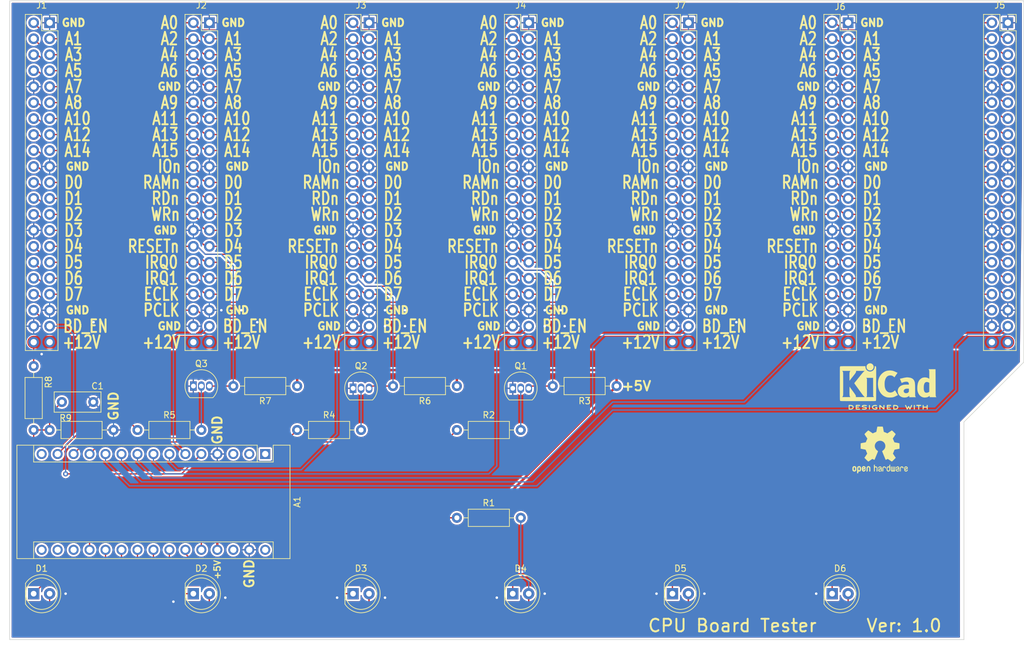
<source format=kicad_pcb>
(kicad_pcb (version 20211014) (generator pcbnew)
  (layers (0 "F.Cu" signal) (31 "B.Cu" signal) (34 "B.Paste" user) (35 "F.Paste" user) (36 "B.SilkS" user "B.Silkscreen") (37 "F.SilkS" user "F.Silkscreen") (38 "B.Mask" user) (39 "F.Mask" user) (44 "Edge.Cuts" user))
  (net 0 "")
  (net 1 "GND")
  (net 2 "BD_ENM")
  (net 3 "BD_EN0")
  (net 4 "BD_EN1")
  (net 5 "BD_EN2")
  (net 6 "BD_EN3")
  (net 7 "BD_EN4")
  (net 8 "BD_EN5")
  (net 9 "A0")
  (net 10 "A1")
  (net 11 "A2")
  (net 12 "A3")
  (net 13 "A4")
  (net 14 "A5")
  (net 15 "A6")
  (net 16 "A7")
  (net 17 "A8")
  (net 18 "A9")
  (net 19 "A10")
  (net 20 "A11")
  (net 21 "A12")
  (net 22 "A13")
  (net 23 "A14")
  (net 24 "A15")
  (net 25 "~{IO}")
  (net 26 "D0")
  (net 27 "~{RAM}")
  (net 28 "D1")
  (net 29 "~{RD}")
  (net 30 "D2")
  (net 31 "~{WR}")
  (net 32 "D3")
  (net 33 "D4")
  (net 34 "~{RESET}")
  (net 35 "D5")
  (net 36 "IRQ0")
  (net 37 "D6")
  (net 38 "IRQ1")
  (net 39 "D7")
  (net 40 "ECLK")
  (net 41 "PCLK")
  (net 42 "+12V")
  (net 46 "/LED_0")
  (net 47 "/LED_1")
  (net 48 "/LED_2")
  (net 49 "/LED_3")
  (net 50 "/LED_4")
  (net 51 "/LED_5")
  (net 52 "/LED_C")
  (net 53 "/IRQ_1")
  (net 54 "/IRQ_0")
  (net 55 "/RST")
  (net 59 "/12V_MON")
  (net 60 "+5V")
  (net 63 "Net-(D1-Pad2)")
  (net 64 "Net-(Q1-Pad2)")
  (net 65 "Net-(Q2-Pad2)")
  (net 66 "Net-(Q3-Pad2)")
  (footprint "Symbol:OSHW-Logo2_9.8x8mm_SilkScreen" (layer "F.Cu") (at 182.245 116.84)
    (fp_text reference "REF**" hide)
    (fp_text value "OSHW-Logo2_9.8x8mm_SilkScreen" hide)
  )
  (footprint "Package_TO_SOT_THT:TO-92_Inline" (layer "F.Cu") (at 73.025 106.68)
    (fp_text reference "Q3")
    (fp_text value "2N3904")
  )
  (footprint "Package_TO_SOT_THT:TO-92_Inline" (layer "F.Cu") (at 123.825 107.04)
    (fp_text reference "Q1")
    (fp_text value "2N3904")
  )
  (footprint "Resistor_THT:R_Axial_DIN0207_L6.3mm_D2.5mm_P10.16mm_Horizontal" (layer "F.Cu") (at 114.935 113.665)
    (fp_text reference "R2")
    (fp_text value "10.1K")
  )
  (footprint "Resistor_THT:R_Axial_DIN0207_L6.3mm_D2.5mm_P10.16mm_Horizontal" (layer "F.Cu") (at 89.535 106.68 180)
    (fp_text reference "R7")
    (fp_text value "10.1K")
  )
  (footprint "LED_THT:LED_D5.0mm_FlatTop" (layer "F.Cu") (at 47.62 139.7)
    (fp_text reference "D1")
    (fp_text value "BiColorLED_RG")
  )
  (footprint "LED_THT:LED_D5.0mm_FlatTop" (layer "F.Cu") (at 123.82 139.7)
    (fp_text reference "D4")
    (fp_text value "BiColorLED_RG")
  )
  (footprint "Resistor_THT:R_Axial_DIN0207_L6.3mm_D2.5mm_P10.16mm_Horizontal" (layer "F.Cu") (at 64.135 113.665)
    (fp_text reference "R5")
    (fp_text value "10.1K")
  )
  (footprint "Connector_PinSocket_2.54mm:PinSocket_2x21_P2.54mm_Vertical" (layer "F.Cu") (at 126.365 48.895)
    (fp_text reference "J4")
    (fp_text value "Conn_02x21_Odd_Even")
  )
  (footprint "Connector_PinSocket_2.54mm:PinSocket_2x21_P2.54mm_Vertical" (layer "F.Cu") (at 75.565 48.895)
    (fp_text reference "J2")
    (fp_text value "Conn_02x21_Odd_Even")
  )
  (footprint "Connector_PinSocket_2.54mm:PinSocket_2x21_P2.54mm_Vertical" (layer "F.Cu") (at 151.765 48.895)
    (fp_text reference "J7")
    (fp_text value "Conn_02x21_Odd_Even")
  )
  (footprint "Connector_PinSocket_2.54mm:PinSocket_2x21_P2.54mm_Vertical" (layer "F.Cu") (at 177.165 48.895)
    (fp_text reference "J6")
    (fp_text value "Conn_02x21_Odd_Even")
  )
  (footprint "Connector_PinSocket_2.54mm:PinSocket_2x21_P2.54mm_Vertical" (layer "F.Cu") (at 202.565 48.895)
    (fp_text reference "J5")
    (fp_text value "Conn_02x21_Odd_Even")
  )
  (footprint "LED_THT:LED_D5.0mm_FlatTop" (layer "F.Cu") (at 98.42 139.7)
    (fp_text reference "D3")
    (fp_text value "BiColorLED_RG")
  )
  (footprint "Connector_PinSocket_2.54mm:PinSocket_2x21_P2.54mm_Vertical" (layer "F.Cu") (at 50.165 48.895)
    (fp_text reference "J1")
    (fp_text value "Conn_02x21_Odd_Even")
  )
  (footprint "Resistor_THT:R_Axial_DIN0207_L6.3mm_D2.5mm_P10.16mm_Horizontal" (layer "F.Cu") (at 114.935 106.68 180)
    (fp_text reference "R6")
    (fp_text value "10.1K")
  )
  (footprint "LED_THT:LED_D5.0mm_FlatTop" (layer "F.Cu") (at 149.22 139.7)
    (fp_text reference "D5")
    (fp_text value "BiColorLED_RG")
  )
  (footprint "Connector_PinSocket_2.54mm:PinSocket_2x21_P2.54mm_Vertical" (layer "F.Cu") (at 100.965 48.895)
    (fp_text reference "J3")
    (fp_text value "Conn_02x21_Odd_Even")
  )
  (footprint "Resistor_THT:R_Axial_DIN0207_L6.3mm_D2.5mm_P10.16mm_Horizontal" (layer "F.Cu") (at 140.335 106.68 180)
    (fp_text reference "R3")
    (fp_text value "10.1K")
  )
  (footprint "Resistor_THT:R_Axial_DIN0207_L6.3mm_D2.5mm_P10.16mm_Horizontal" (layer "F.Cu") (at 50.165 113.665)
    (fp_text reference "R9")
    (fp_text value "R")
  )
  (footprint "Resistor_THT:R_Axial_DIN0207_L6.3mm_D2.5mm_P10.16mm_Horizontal" (layer "F.Cu") (at 47.625 103.505 -90)
    (fp_text reference "R8")
    (fp_text value "R")
  )
  (footprint "Module:Arduino_Nano" (layer "F.Cu") (at 84.455 117.485 -90)
    (fp_text reference "A1")
    (fp_text value "Arduino_Nano_v3.x")
  )
  (footprint "LED_THT:LED_D5.0mm_FlatTop" (layer "F.Cu") (at 73.02 139.7)
    (fp_text reference "D2")
    (fp_text value "BiColorLED_RG")
  )
  (footprint "Resistor_THT:R_Axial_DIN0207_L6.3mm_D2.5mm_P10.16mm_Horizontal" (layer "F.Cu") (at 114.935 127.635)
    (fp_text reference "R1")
    (fp_text value "R")
  )
  (footprint "Resistor_THT:R_Axial_DIN0207_L6.3mm_D2.5mm_P10.16mm_Horizontal" (layer "F.Cu") (at 89.535 113.665)
    (fp_text reference "R4")
    (fp_text value "10.1K")
  )
  (footprint "Capacitor_THT:C_Rect_L7.2mm_W3.0mm_P5.00mm_FKS2_FKP2_MKS2_MKP2" (layer "F.Cu") (at 52.11 109.22)
    (fp_text reference "C1")
    (fp_text value "0.1uF")
  )
  (footprint "Package_TO_SOT_THT:TO-92_Inline" (layer "F.Cu") (at 98.425 107.04)
    (fp_text reference "Q2")
    (fp_text value "2N3904")
  )
  (footprint "Symbol:KiCad-Logo2_6mm_SilkScreen" (layer "F.Cu") (at 183.515 106.045)
    (fp_text reference "REF**" hide)
    (fp_text value "KiCad-Logo2_6mm_SilkScreen" hide)
  )
  (footprint "LED_THT:LED_D5.0mm_FlatTop" (layer "F.Cu") (at 174.62 139.7)
    (fp_text reference "D6")
    (fp_text value "BiColorLED_RG")
  )
  (gr_line (start 205.105 45.4025) (end 43.815 45.4025) (layer "Edge.Cuts") (width 0.1))
  (gr_line (start 43.815 147.0025) (end 195.58 147.0025) (layer "Edge.Cuts") (width 0.1))
  (gr_line (start 205.105 102.87) (end 205.105 45.4025) (layer "Edge.Cuts") (width 0.1))
  (gr_line (start 205.105 102.87) (end 195.58 112.395) (layer "Edge.Cuts") (width 0.1))
  (gr_line (start 43.815 45.4025) (end 43.815 147.0025) (layer "Edge.Cuts") (width 0.1))
  (gr_line (start 195.58 112.395) (end 195.58 147.0025) (layer "Edge.Cuts") (width 0.1))
  (gr_text "D3" (at 104.775 81.915) (layer "F.SilkS") (effects (font (size 2 1.5) (thickness 0.3))))
  (gr_text "D4" (at 155.575 84.455) (layer "F.SilkS") (effects (font (size 2 1.5) (thickness 0.3))))
  (gr_text "IRQ0" (at 93.345 86.995) (layer "F.SilkS") (effects (font (size 2 1.5) (thickness 0.3))))
  (gr_text "A0" (at 94.615 48.895) (layer "F.SilkS") (effects (font (size 2 1.5) (thickness 0.3))))
  (gr_text "A5" (at 155.575 56.515) (layer "F.SilkS") (effects (font (size 2 1.5) (thickness 0.3))))
  (gr_text "A8" (at 180.975 61.595) (layer "F.SilkS") (effects (font (size 2 1.5) (thickness 0.3))))
  (gr_text "A1" (at 180.975 51.435) (layer "F.SilkS") (effects (font (size 2 1.5) (thickness 0.3))))
  (gr_text "A8" (at 104.775 61.595) (layer "F.SilkS") (effects (font (size 2 1.5) (thickness 0.3))))
  (gr_text "IRQ1" (at 93.345 89.535) (layer "F.SilkS") (effects (font (size 2 1.5) (thickness 0.3))))
  (gr_text "A4" (at 69.215 53.975) (layer "F.SilkS") (effects (font (size 2 1.5) (thickness 0.3))))
  (gr_text "A2" (at 120.015 51.435) (layer "F.SilkS") (effects (font (size 2 1.5) (thickness 0.3))))
  (gr_text "IRQ1" (at 144.145 89.535) (layer "F.SilkS") (effects (font (size 2 1.5) (thickness 0.3))))
  (gr_text "GND" (at 155.575 48.895) (layer "F.SilkS") (effects (font (size 1.2 1.2) (thickness 0.3))))
  (gr_text "D4" (at 104.775 84.455) (layer "F.SilkS") (effects (font (size 2 1.5) (thickness 0.3))))
  (gr_text "A4" (at 120.015 53.975) (layer "F.SilkS") (effects (font (size 2 1.5) (thickness 0.3))))
  (gr_text "A13" (at 170.18 66.675) (layer "F.SilkS") (effects (font (size 2 1.5) (thickness 0.3))))
  (gr_text "D0" (at 53.975 74.295) (layer "F.SilkS") (effects (font (size 2 1.5) (thickness 0.3))))
  (gr_text "GND" (at 120.015 59.055) (layer "F.SilkS") (effects (font (size 1.2 1.2) (thickness 0.3))))
  (gr_text "A2" (at 145.415 51.435) (layer "F.SilkS") (effects (font (size 2 1.5) (thickness 0.3))))
  (gr_text "IOn" (at 69.215 71.755) (layer "F.SilkS") (effects (font (size 2 1.5) (thickness 0.3))))
  (gr_text "WRn" (at 68.58 79.375) (layer "F.SilkS") (effects (font (size 2 1.5) (thickness 0.3))))
  (gr_text "A14" (at 54.61 69.215) (layer "F.SilkS") (effects (font (size 2 1.5) (thickness 0.3))))
  (gr_text "RESETn" (at 117.475 84.455) (layer "F.SilkS") (effects (font (size 2 1.5) (thickness 0.3))))
  (gr_text "A6" (at 120.015 56.515) (layer "F.SilkS") (effects (font (size 2 1.5) (thickness 0.3))))
  (gr_text "A13" (at 144.78 66.675) (layer "F.SilkS") (effects (font (size 2 1.5) (thickness 0.3))))
  (gr_text "A3" (at 130.175 53.975) (layer "F.SilkS") (effects (font (size 2 1.5) (thickness 0.3))))
  (gr_text "D7" (at 155.575 92.075) (layer "F.SilkS") (effects (font (size 2 1.5) (thickness 0.3))))
  (gr_text "RDn" (at 93.98 76.835) (layer "F.SilkS") (effects (font (size 2 1.5) (thickness 0.3))))
  (gr_text "D2" (at 53.975 79.375) (layer "F.SilkS") (effects (font (size 2 1.5) (thickness 0.3))))
  (gr_text "ECLK" (at 93.345 92.075) (layer "F.SilkS") (effects (font (size 2 1.5) (thickness 0.3))))
  (gr_text "IOn" (at 170.815 71.755) (layer "F.SilkS") (effects (font (size 2 1.5) (thickness 0.3))))
  (gr_text "A11" (at 170.18 64.135) (layer "F.SilkS") (effects (font (size 2 1.5) (thickness 0.3))))
  (gr_text "GND" (at 54.61 94.615) (layer "F.SilkS") (effects (font (size 1.2 1.2) (thickness 0.3))))
  (gr_text "A9" (at 120.015 61.595) (layer "F.SilkS") (effects (font (size 2 1.5) (thickness 0.3))))
  (gr_text "GND" (at 94.615 97.155) (layer "F.SilkS") (effects (font (size 1.2 1.2) (thickness 0.3))))
  (gr_text "A6" (at 94.615 56.515) (layer "F.SilkS") (effects (font (size 2 1.5) (thickness 0.3))))
  (gr_text "A6" (at 170.815 56.515) (layer "F.SilkS") (effects (font (size 2 1.5) (thickness 0.3))))
  (gr_text "ECLK" (at 67.945 92.075) (layer "F.SilkS") (effects (font (size 2 1.5) (thickness 0.3))))
  (gr_text "WRn" (at 170.18 79.375) (layer "F.SilkS") (effects (font (size 2 1.5) (thickness 0.3))))
  (gr_text "GND" (at 53.975 48.895) (layer "F.SilkS") (effects (font (size 1.2 1.2) (thickness 0.3))))
  (gr_text "D5" (at 53.975 86.995) (layer "F.SilkS") (effects (font (size 2 1.5) (thickness 0.3))))
  (gr_text "GND" (at 60.325 109.855 90) (layer "F.SilkS") (effects (font (size 1.5 1.5) (thickness 0.3))))
  (gr_text "D3" (at 155.575 81.915) (layer "F.SilkS") (effects (font (size 2 1.5) (thickness 0.3))))
  (gr_text "D1" (at 180.975 76.835) (layer "F.SilkS") (effects (font (size 2 1.5) (thickness 0.3))))
  (gr_text "A10" (at 156.21 64.135) (layer "F.SilkS") (effects (font (size 2 1.5) (thickness 0.3))))
  (gr_text "A0" (at 120.015 48.895) (layer "F.SilkS") (effects (font (size 2 1.5) (thickness 0.3))))
  (gr_text "+12V" (at 93.345 99.695) (layer "F.SilkS") (effects (font (size 2 1.5) (thickness 0.3))))
  (gr_text "A2" (at 69.215 51.435) (layer "F.SilkS") (effects (font (size 2 1.5) (thickness 0.3))))
  (gr_text "PCLK" (at 169.545 94.615) (layer "F.SilkS") (effects (font (size 2 1.5) (thickness 0.3))))
  (gr_text "A1" (at 104.775 51.435) (layer "F.SilkS") (effects (font (size 2 1.5) (thickness 0.3))))
  (gr_text "D3" (at 180.975 81.915) (layer "F.SilkS") (effects (font (size 2 1.5) (thickness 0.3))))
  (gr_text "A3" (at 79.375 53.975) (layer "F.SilkS") (effects (font (size 2 1.5) (thickness 0.3))))
  (gr_text "A14" (at 156.21 69.215) (layer "F.SilkS") (effects (font (size 2 1.5) (thickness 0.3))))
  (gr_text "A12" (at 130.81 66.675) (layer "F.SilkS") (effects (font (size 2 1.5) (thickness 0.3))))
  (gr_text "A12" (at 181.61 66.675) (layer "F.SilkS") (effects (font (size 2 1.5) (thickness 0.3))))
  (gr_text "A10" (at 54.61 64.135) (layer "F.SilkS") (effects (font (size 2 1.5) (thickness 0.3))))
  (gr_text "D2" (at 155.575 79.375) (layer "F.SilkS") (effects (font (size 2 1.5) (thickness 0.3))))
  (gr_text "D4" (at 130.175 84.455) (layer "F.SilkS") (effects (font (size 2 1.5) (thickness 0.3))))
  (gr_text "D1" (at 155.575 76.835) (layer "F.SilkS") (effects (font (size 2 1.5) (thickness 0.3))))
  (gr_text "RDn" (at 144.78 76.835) (layer "F.SilkS") (effects (font (size 2 1.5) (thickness 0.3))))
  (gr_text "A3" (at 104.775 53.975) (layer "F.SilkS") (effects (font (size 2 1.5) (thickness 0.3))))
  (gr_text "BD_EN" (at 182.88 97.155) (layer "F.SilkS") (effects (font (size 2 1.5) (thickness 0.3))))
  (gr_text "GND" (at 68.58 81.915) (layer "F.SilkS") (effects (font (size 1.2 1.2) (thickness 0.3))))
  (gr_text "A14" (at 80.01 69.215) (layer "F.SilkS") (effects (font (size 2 1.5) (thickness 0.3))))
  (gr_text "WRn" (at 93.98 79.375) (layer "F.SilkS") (effects (font (size 2 1.5) (thickness 0.3))))
  (gr_text "GND" (at 144.78 81.915) (layer "F.SilkS") (effects (font (size 1.2 1.2) (thickness 0.3))))
  (gr_text "GND" (at 79.375 48.895) (layer "F.SilkS") (effects (font (size 1.2 1.2) (thickness 0.3))))
  (gr_text "A5" (at 53.975 56.515) (layer "F.SilkS") (effects (font (size 2 1.5) (thickness 0.3))))
  (gr_text "A14" (at 130.81 69.215) (layer "F.SilkS") (effects (font (size 2 1.5) (thickness 0.3))))
  (gr_text "RAMn" (at 67.945 74.295) (layer "F.SilkS") (effects (font (size 2 1.5) (thickness 0.3))))
  (gr_text "A10" (at 130.81 64.135) (layer "F.SilkS") (effects (font (size 2 1.5) (thickness 0.3))))
  (gr_text "IRQ0" (at 118.745 86.995) (layer "F.SilkS") (effects (font (size 2 1.5) (thickness 0.3))))
  (gr_text "D4" (at 53.975 84.455) (layer "F.SilkS") (effects (font (size 2 1.5) (thickness 0.3))))
  (gr_text "D1" (at 53.975 76.835) (layer "F.SilkS") (effects (font (size 2 1.5) (thickness 0.3))))
  (gr_text "A11" (at 144.78 64.135) (layer "F.SilkS") (effects (font (size 2 1.5) (thickness 0.3))))
  (gr_text "A5" (at 79.375 56.515) (layer "F.SilkS") (effects (font (size 2 1.5) (thickness 0.3))))
  (gr_text "WRn" (at 119.38 79.375) (layer "F.SilkS") (effects (font (size 2 1.5) (thickness 0.3))))
  (gr_text "+12V" (at 144.145 99.695) (layer "F.SilkS") (effects (font (size 2 1.5) (thickness 0.3))))
  (gr_text "BD_EN" (at 157.48 97.155) (layer "F.SilkS") (effects (font (size 2 1.5) (thickness 0.3))))
  (gr_text "A7" (at 104.775 59.055) (layer "F.SilkS") (effects (font (size 2 1.5) (thickness 0.3))))
  (gr_text "GND" (at 170.18 81.915) (layer "F.SilkS") (effects (font (size 1.2 1.2) (thickness 0.3))))
  (gr_text "GND" (at 105.41 71.755) (layer "F.SilkS") (effects (font (size 1.2 1.2) (thickness 0.3))))
  (gr_text "A15" (at 68.58 69.215) (layer "F.SilkS") (effects (font (size 2 1.5) (thickness 0.3))))
  (gr_text "GND" (at 145.415 97.155) (layer "F.SilkS") (effects (font (size 1.2 1.2) (thickness 0.3))))
  (gr_text "GND" (at 170.815 59.055) (layer "F.SilkS") (effects (font (size 1.2 1.2) (thickness 0.3))))
  (gr_text "D7" (at 104.775 92.075) (layer "F.SilkS") (effects (font (size 2 1.5) (thickness 0.3))))
  (gr_text "A9" (at 145.415 61.595) (layer "F.SilkS") (effects (font (size 2 1.5) (thickness 0.3))))
  (gr_text "A4" (at 145.415 53.975) (layer "F.SilkS") (effects (font (size 2 1.5) (thickness 0.3))))
  (gr_text "D3" (at 79.375 81.915) (layer "F.SilkS") (effects (font (size 2 1.5) (thickness 0.3))))
  (gr_text "A0" (at 145.415 48.895) (layer "F.SilkS") (effects (font (size 2 1.5) (thickness 0.3))))
  (gr_text "WRn" (at 144.78 79.375) (layer "F.SilkS") (effects (font (size 2 1.5) (thickness 0.3))))
  (gr_text "A5" (at 180.975 56.515) (layer "F.SilkS") (effects (font (size 2 1.5) (thickness 0.3))))
  (gr_text "A8" (at 130.175 61.595) (layer "F.SilkS") (effects (font (size 2 1.5) (thickness 0.3))))
  (gr_text "D7" (at 180.975 92.075) (layer "F.SilkS") (effects (font (size 2 1.5) (thickness 0.3))))
  (gr_text "A13" (at 119.38 66.675) (layer "F.SilkS") (effects (font (size 2 1.5) (thickness 0.3))))
  (gr_text "A12" (at 54.61 66.675) (layer "F.SilkS") (effects (font (size 2 1.5) (thickness 0.3))))
  (gr_text "GND" (at 145.415 59.055) (layer "F.SilkS") (effects (font (size 1.2 1.2) (thickness 0.3))))
  (gr_text "A8" (at 53.975 61.595) (layer "F.SilkS") (effects (font (size 2 1.5) (thickness 0.3))))
  (gr_text "D6" (at 53.975 89.535) (layer "F.SilkS") (effects (font (size 2 1.5) (thickness 0.3))))
  (gr_text "A9" (at 94.615 61.595) (layer "F.SilkS") (effects (font (size 2 1.5) (thickness 0.3))))
  (gr_text "D5" (at 79.375 86.995) (layer "F.SilkS") (effects (font (size 2 1.5) (thickness 0.3))))
  (gr_text "GND" (at 94.615 59.055) (layer "F.SilkS") (effects (font (size 1.2 1.2) (thickness 0.3))))
  (gr_text "BD_EN" (at 81.28 97.155) (layer "F.SilkS") (effects (font (size 2 1.5) (thickness 0.3))))
  (gr_text "A12" (at 105.41 66.675) (layer "F.SilkS") (effects (font (size 2 1.5) (thickness 0.3))))
  (gr_text "PCLK" (at 93.345 94.615) (layer "F.SilkS") (effects (font (size 2 1.5) (thickness 0.3))))
  (gr_text "D2" (at 130.175 79.375) (layer "F.SilkS") (effects (font (size 2 1.5) (thickness 0.3))))
  (gr_text "A3" (at 53.975 53.975) (layer "F.SilkS") (effects (font (size 2 1.5) (thickness 0.3))))
  (gr_text "A9" (at 170.815 61.595) (layer "F.SilkS") (effects (font (size 2 1.5) (thickness 0.3))))
  (gr_text "GND" (at 105.41 94.615) (layer "F.SilkS") (effects (font (size 1.2 1.2) (thickness 0.3))))
  (gr_text "D7" (at 53.975 92.075) (layer "F.SilkS") (effects (font (size 2 1.5) (thickness 0.3))))
  (gr_text "D6" (at 104.775 89.535) (layer "F.SilkS") (effects (font (size 2 1.5) (thickness 0.3))))
  (gr_text "CPU Board Tester" (at 158.75 144.78) (layer "F.SilkS") (effects (font (size 2 2) (thickness 0.3))))
  (gr_text "A12" (at 156.21 66.675) (layer "F.SilkS") (effects (font (size 2 1.5) (thickness 0.3))))
  (gr_text "GND" (at 156.21 94.615) (layer "F.SilkS") (effects (font (size 1.2 1.2) (thickness 0.3))))
  (gr_text "D1" (at 79.375 76.835) (layer "F.SilkS") (effects (font (size 2 1.5) (thickness 0.3))))
  (gr_text "A10" (at 181.61 64.135) (layer "F.SilkS") (effects (font (size 2 1.5) (thickness 0.3))))
  (gr_text "A7" (at 155.575 59.055) (layer "F.SilkS") (effects (font (size 2 1.5) (thickness 0.3))))
  (gr_text "A5" (at 130.175 56.515) (layer "F.SilkS") (effects (font (size 2 1.5) (thickness 0.3))))
  (gr_text "A4" (at 170.815 53.975) (layer "F.SilkS") (effects (font (size 2 1.5) (thickness 0.3))))
  (gr_text "D0" (at 155.575 74.295) (layer "F.SilkS") (effects (font (size 2 1.5) (thickness 0.3))))
  (gr_text "RDn" (at 119.38 76.835) (layer "F.SilkS") (effects (font (size 2 1.5) (thickness 0.3))))
  (gr_text "IRQ1" (at 67.945 89.535) (layer "F.SilkS") (effects (font (size 2 1.5) (thickness 0.3))))
  (gr_text "D5" (at 155.575 86.995) (layer "F.SilkS") (effects (font (size 2 1.5) (thickness 0.3))))
  (gr_text "D5" (at 104.775 86.995) (layer "F.SilkS") (effects (font (size 2 1.5) (thickness 0.3))))
  (gr_text "A1" (at 53.975 51.435) (layer "F.SilkS") (effects (font (size 2 1.5) (thickness 0.3))))
  (gr_text "D3" (at 53.975 81.915) (layer "F.SilkS") (effects (font (size 2 1.5) (thickness 0.3))))
  (gr_text "D0" (at 180.975 74.295) (layer "F.SilkS") (effects (font (size 2 1.5) (thickness 0.3))))
  (gr_text "GND" (at 76.835 113.665 90) (layer "F.SilkS") (effects (font (size 1.5 1.5) (thickness 0.3))))
  (gr_text "D3" (at 130.175 81.915) (layer "F.SilkS") (effects (font (size 2 1.5) (thickness 0.3))))
  (gr_text "ECLK" (at 118.745 92.075) (layer "F.SilkS") (effects (font (size 2 1.5) (thickness 0.3))))
  (gr_text "Ver: 1.0" (at 186.055 144.78) (layer "F.SilkS") (effects (font (size 2 2) (thickness 0.3))))
  (gr_text "+12V" (at 55.245 99.695) (layer "F.SilkS") (effects (font (size 2 1.5) (thickness 0.3))))
  (gr_text "IRQ1" (at 118.745 89.535) (layer "F.SilkS") (effects (font (size 2 1.5) (thickness 0.3))))
  (gr_text "A1" (at 79.375 51.435) (layer "F.SilkS") (effects (font (size 2 1.5) (thickness 0.3))))
  (gr_text "A7" (at 180.975 59.055) (layer "F.SilkS") (effects (font (size 2 1.5) (thickness 0.3))))
  (gr_text "GND" (at 181.61 94.615) (layer "F.SilkS") (effects (font (size 1.2 1.2) (thickness 0.3))))
  (gr_text "D2" (at 104.775 79.375) (layer "F.SilkS") (effects (font (size 2 1.5) (thickness 0.3))))
  (gr_text "A8" (at 79.375 61.595) (layer "F.SilkS") (effects (font (size 2 1.5) (thickness 0.3))))
  (gr_text "IOn" (at 94.615 71.755) (layer "F.SilkS") (effects (font (size 2 1.5) (thickness 0.3))))
  (gr_text "A3" (at 155.575 53.975) (layer "F.SilkS") (effects (font (size 2 1.5) (thickness 0.3))))
  (gr_text "A5" (at 104.775 56.515) (layer "F.SilkS") (effects (font (size 2 1.5) (thickness 0.3))))
  (gr_text "GND" (at 81.915 136.525 90) (layer "F.SilkS") (effects (font (size 1.5 1.5) (thickness 0.3))))
  (gr_text "GND" (at 69.215 59.055) (layer "F.SilkS") (effects (font (size 1.2 1.2) (thickness 0.3))))
  (gr_text "RESETn" (at 66.675 84.455) (layer "F.SilkS") (effects (font (size 2 1.5) (thickness 0.3))))
  (gr_text "PCLK" (at 67.945 94.615) (layer "F.SilkS") (effects (font (size 2 1.5) (thickness 0.3))))
  (gr_text "GND" (at 119.38 81.915) (layer "F.SilkS") (effects (font (size 1.2 1.2) (thickness 0.3))))
  (gr_text "IRQ0" (at 144.145 86.995) (layer "F.SilkS") (effects (font (size 2 1.5) (thickness 0.3))))
  (gr_text "RAMn" (at 118.745 74.295) (layer "F.SilkS") (effects (font (size 2 1.5) (thickness 0.3))))
  (gr_text "A11" (at 119.38 64.135) (layer "F.SilkS") (effects (font (size 2 1.5) (thickness 0.3))))
  (gr_text "+12V" (at 80.645 99.695) (layer "F.SilkS") (effects (font (size 2 1.5) (thickness 0.3))))
  (gr_text "+12V" (at 169.545 99.695) (layer "F.SilkS") (effects (font (size 2 1.5) (thickness 0.3))))
  (gr_text "IRQ0" (at 67.945 86.995) (layer "F.SilkS") (effects (font (size 2 1.5) (thickness 0.3))))
  (gr_text "RESETn" (at 92.075 84.455) (layer "F.SilkS") (effects (font (size 2 1.5) (thickness 0.3))))
  (gr_text "+12V" (at 156.845 99.695) (layer "F.SilkS") (effects (font (size 2 1.5) (thickness 0.3))))
  (gr_text "BD_EN" (at 55.88 97.155) (layer "F.SilkS") (effects (font (size 2 1.5) (thickness 0.3))))
  (gr_text "D2" (at 79.375 79.375) (layer "F.SilkS") (effects (font (size 2 1.5) (thickness 0.3))))
  (gr_text "A3" (at 180.975 53.975) (layer "F.SilkS") (effects (font (size 2 1.5) (thickness 0.3))))
  (gr_text "RESETn" (at 168.275 84.455) (layer "F.SilkS") (effects (font (size 2 1.5) (thickness 0.3))))
  (gr_text "IOn" (at 120.015 71.755) (layer "F.SilkS") (effects (font (size 2 1.5) (thickness 0.3))))
  (gr_text "A7" (at 79.375 59.055) (layer "F.SilkS") (effects (font (size 2 1.5) (thickness 0.3))))
  (gr_text "D7" (at 79.375 92.075) (layer "F.SilkS") (effects (font (size 2 1.5) (thickness 0.3))))
  (gr_text "A6" (at 145.415 56.515) (layer "F.SilkS") (effects (font (size 2 1.5) (thickness 0.3))))
  (gr_text "D1" (at 130.175 76.835) (layer "F.SilkS") (effects (font (size 2 1.5) (thickness 0.3))))
  (gr_text "A13" (at 93.98 66.675) (layer "F.SilkS") (effects (font (size 2 1.5) (thickness 0.3))))
  (gr_text "GND" (at 130.175 48.895) (layer "F.SilkS") (effects (font (size 1.2 1.2) (thickness 0.3))))
  (gr_text "D6" (at 180.975 89.535) (layer "F.SilkS") (effects (font (size 2 1.5) (thickness 0.3))))
  (gr_text "A14" (at 105.41 69.215) (layer "F.SilkS") (effects (font (size 2 1.5) (thickness 0.3))))
  (gr_text "D6" (at 130.175 89.535) (layer "F.SilkS") (effects (font (size 2 1.5) (thickness 0.3))))
  (gr_text "A7" (at 53.975 59.055) (layer "F.SilkS") (effects (font (size 2 1.5) (thickness 0.3))))
  (gr_text "PCLK" (at 118.745 94.615) (layer "F.SilkS") (effects (font (size 2 1.5) (thickness 0.3))))
  (gr_text "D4" (at 79.375 84.455) (layer "F.SilkS") (effects (font (size 2 1.5) (thickness 0.3))))
  (gr_text "GND" (at 54.61 71.755) (layer "F.SilkS") (effects (font (size 1.2 1.2) (thickness 0.3))))
  (gr_text "A1" (at 155.575 51.435) (layer "F.SilkS") (effects (font (size 2 1.5) (thickness 0.3))))
  (gr_text "RAMn" (at 169.545 74.295) (layer "F.SilkS") (effects (font (size 2 1.5) (thickness 0.3))))
  (gr_text "+5V" (at 143.51 106.68) (layer "F.SilkS") (effects (font (size 1.5 1.5) (thickness 0.3))))
  (gr_text "A15" (at 119.38 69.215) (layer "F.SilkS") (effects (font (size 2 1.5) (thickness 0.3))))
  (gr_text "D5" (at 180.975 86.995) (layer "F.SilkS") (effects (font (size 2 1.5) (thickness 0.3))))
  (gr_text "BD_EN" (at 106.68 97.155) (layer "F.SilkS") (effects (font (size 2 1.5) (thickness 0.3))))
  (gr_text "ECLK" (at 169.545 92.075) (layer "F.SilkS") (effects (font (size 2 1.5) (thickness 0.3))))
  (gr_text "GND" (at 181.61 71.755) (layer "F.SilkS") (effects (font (size 1.2 1.2) (thickness 0.3))))
  (gr_text "BD_EN" (at 132.08 97.155) (layer "F.SilkS") (effects (font (size 2 1.5) (thickness 0.3))))
  (gr_text "GND" (at 130.81 94.615) (layer "F.SilkS") (effects (font (size 1.2 1.2) (thickness 0.3))))
  (gr_text "A11" (at 68.58 64.135) (layer "F.SilkS") (effects (font (size 2 1.5) (thickness 0.3))))
  (gr_text "D5" (at 130.175 86.995) (layer "F.SilkS") (effects (font (size 2 1.5) (thickness 0.3))))
  (gr_text "IRQ0" (at 169.545 86.995) (layer "F.SilkS") (effects (font (size 2 1.5) (thickness 0.3))))
  (gr_text "RAMn" (at 93.345 74.295) (layer "F.SilkS") (effects (font (size 2 1.5) (thickness 0.3))))
  (gr_text "RDn" (at 68.58 76.835) (layer "F.SilkS") (effects (font (size 2 1.5) (thickness 0.3))))
  (gr_text "A0" (at 69.215 48.895) (layer "F.SilkS") (effects (font (size 2 1.5) (thickness 0.3))))
  (gr_text "GND" (at 170.815 97.155) (layer "F.SilkS") (effects (font (size 1.2 1.2) (thickness 0.3))))
  (gr_text "GND" (at 104.775 48.895) (layer "F.SilkS") (effects (font (size 1.2 1.2) (thickness 0.3))))
  (gr_text "+12V" (at 67.945 99.695) (layer "F.SilkS") (effects (font (size 2 1.5) (thickness 0.3))))
  (gr_text "A9" (at 69.215 61.595) (layer "F.SilkS") (effects (font (size 2 1.5) (thickness 0.3))))
  (gr_text "A12" (at 80.01 66.675) (layer "F.SilkS") (effects (font (size 2 1.5) (thickness 0.3))))
  (gr_text "D1" (at 104.775 76.835) (layer "F.SilkS") (effects (font (size 2 1.5) (thickness 0.3))))
  (gr_text "RAMn" (at 144.145 74.295) (layer "F.SilkS") (effects (font (size 2 1.5) (thickness 0.3))))
  (gr_text "A7" (at 130.175 59.055) (layer "F.SilkS") (effects (font (size 2 1.5) (thickness 0.3))))
  (gr_text "GND" (at 130.81 71.755) (layer "F.SilkS") (effects (font (size 1.2 1.2) (thickness 0.3))))
  (gr_text "RESETn" (at 142.875 84.455) (layer "F.SilkS") (effects (font (size 2 1.5) (thickness 0.3))))
  (gr_text "D0" (at 130.175 74.295) (layer "F.SilkS") (effects (font (size 2 1.5) (thickness 0.3))))
  (gr_text "ECLK" (at 144.145 92.075) (layer "F.SilkS") (effects (font (size 2 1.5) (thickness 0.3))))
  (gr_text "+12V" (at 106.045 99.695) (layer "F.SilkS") (effects (font (size 2 1.5) (thickness 0.3))))
  (gr_text "D2" (at 180.975 79.375) (layer "F.SilkS") (effects (font (size 2 1.5) (thickness 0.3))))
  (gr_text "GND" (at 156.21 71.755) (layer "F.SilkS") (effects (font (size 1.2 1.2) (thickness 0.3))))
  (gr_text "A2" (at 170.815 51.435) (layer "F.SilkS") (effects (font (size 2 1.5) (thickness 0.3))))
  (gr_text "A2" (at 94.615 51.435) (layer "F.SilkS") (effects (font (size 2 1.5) (thickness 0.3))))
  (gr_text "+12V" (at 182.245 99.695) (layer "F.SilkS") (effects (font (size 2 1.5) (thickness 0.3))))
  (gr_text "PCLK" (at 144.145 94.615) (layer "F.SilkS") (effects (font (size 2 1.5) (thickness 0.3))))
  (gr_text "A8" (at 155.575 61.595) (layer "F.SilkS") (effects (font (size 2 1.5) (thickness 0.3))))
  (gr_text "A1" (at 130.175 51.435) (layer "F.SilkS") (effects (font (size 2 1.5) (thickness 0.3))))
  (gr_text "IOn" (at 145.415 71.755) (layer "F.SilkS") (effects (font (size 2 1.5) (thickness 0.3))))
  (gr_text "RDn" (at 170.18 76.835) (layer "F.SilkS") (effects (font (size 2 1.5) (thickness 0.3))))
  (gr_text "A10" (at 105.41 64.135) (layer "F.SilkS") (effects (font (size 2 1.5) (thickness 0.3))))
  (gr_text "+5V" (at 76.835 135.89 90) (layer "F.SilkS") (effects (font (size 1 1) (thickness 0.2))))
  (gr_text "D4" (at 180.975 84.455) (layer "F.SilkS") (effects (font (size 2 1.5) (thickness 0.3))))
  (gr_text "GND" (at 69.215 97.155) (layer "F.SilkS") (effects (font (size 1.2 1.2) (thickness 0.3))))
  (gr_text "A11" (at 93.98 64.135) (layer "F.SilkS") (effects (font (size 2 1.5) (thickness 0.3))))
  (gr_text "+12V" (at 131.445 99.695) (layer "F.SilkS") (effects (font (size 2 1.5) (thickness 0.3))))
  (gr_text "+12V" (at 118.745 99.695) (layer "F.SilkS") (effects (font (size 2 1.5) (thickness 0.3))))
  (gr_text "A6" (at 69.215 56.515) (layer "F.SilkS") (effects (font (size 2 1.5) (thickness 0.3))))
  (gr_text "D0" (at 104.775 74.295) (layer "F.SilkS") (effects (font (size 2 1.5) (thickness 0.3))))
  (gr_text "A15" (at 170.18 69.215) (layer "F.SilkS") (effects (font (size 2 1.5) (thickness 0.3))))
  (gr_text "GND" (at 120.015 97.155) (layer "F.SilkS") (effects (font (size 1.2 1.2) (thickness 0.3))))
  (gr_text "A10" (at 80.01 64.135) (layer "F.SilkS") (effects (font (size 2 1.5) (thickness 0.3))))
  (gr_text "GND" (at 93.98 81.915) (layer "F.SilkS") (effects (font (size 1.2 1.2) (thickness 0.3))))
  (gr_text "D6" (at 155.575 89.535) (layer "F.SilkS") (effects (font (size 2 1.5) (thickness 0.3))))
  (gr_text "A14" (at 181.61 69.215) (layer "F.SilkS") (effects (font (size 2 1.5) (thickness 0.3))))
  (gr_text "D0" (at 79.375 74.295) (layer "F.SilkS") (effects (font (size 2 1.5) (thickness 0.3))))
  (gr_text "A4" (at 94.615 53.975) (layer "F.SilkS") (effects (font (size 2 1.5) (thickness 0.3))))
  (gr_text "IRQ1" (at 169.545 89.535) (layer "F.SilkS") (effects (font (size 2 1.5) (thickness 0.3))))
  (gr_text "GND" (at 80.01 94.615) (layer "F.SilkS") (effects (font (size 1.2 1.2) (thickness 0.3))))
  (gr_text "A15" (at 144.78 69.215) (layer "F.SilkS") (effects (font (size 2 1.5) (thickness 0.3))))
  (gr_text "A15" (at 93.98 69.215) (layer "F.SilkS") (effects (font (size 2 1.5) (thickness 0.3))))
  (gr_text "A13" (at 68.58 66.675) (layer "F.SilkS") (effects (font (size 2 1.5) (thickness 0.3))))
  (gr_text "A0" (at 170.815 48.895) (layer "F.SilkS") (effects (font (size 2 1.5) (thickness 0.3))))
  (gr_text "GND" (at 180.975 48.895) (layer "F.SilkS") (effects (font (size 1.2 1.2) (thickness 0.3))))
  (gr_text "D6" (at 79.375 89.535) (layer "F.SilkS") (effects (font (size 2 1.5) (thickness 0.3))))
  (gr_text "D7" (at 130.175 92.075) (layer "F.SilkS") (effects (font (size 2 1.5) (thickness 0.3))))
  (gr_text "GND" (at 80.01 71.755) (layer "F.SilkS") (effects (font (size 1.2 1.2) (thickness 0.3))))
  (via (at 78.105 140.335) (size 0.8) (drill 0.4) (layers "F.Cu" "B.Cu") (net 1))
  (via (at 95.885 140.335) (size 0.8) (drill 0.4) (layers "F.Cu" "B.Cu") (net 1))
  (via (at 131.445 94.615) (size 0.8) (drill 0.4) (layers "F.Cu" "B.Cu") (net 1))
  (via (at 106.68 97.155) (size 0.8) (drill 0.4) (layers "F.Cu" "B.Cu") (net 1))
  (via (at 48.895 101.6) (size 0.8) (drill 0.4) (layers "F.Cu" "B.Cu") (net 1))
  (via (at 180.34 97.155) (size 0.8) (drill 0.4) (layers "F.Cu" "B.Cu") (net 1))
  (via (at 103.505 140.335) (size 0.8) (drill 0.4) (layers "F.Cu" "B.Cu") (net 1))
  (via (at 106.68 94.615) (size 0.8) (drill 0.4) (layers "F.Cu" "B.Cu") (net 1))
  (via (at 83.185 96.52) (size 0.8) (drill 0.4) (layers "F.Cu" "B.Cu") (net 1))
  (via (at 121.285 140.335) (size 0.8) (drill 0.4) (layers "F.Cu" "B.Cu") (net 1))
  (via (at 69.85 140.97) (size 0.8) (drill 0.4) (layers "F.Cu" "B.Cu") (net 1))
  (via (at 57.15 96.52) (size 0.8) (drill 0.4) (layers "F.Cu" "B.Cu") (net 1))
  (via (at 103.505 97.155) (size 0.8) (drill 0.4) (layers "F.Cu" "B.Cu") (net 1))
  (via (at 154.305 139.7) (size 0.8) (drill 0.4) (layers "F.Cu" "B.Cu") (net 1))
  (via (at 159.385 96.52) (size 0.8) (drill 0.4) (layers "F.Cu" "B.Cu") (net 1))
  (via (at 128.905 139.7) (size 0.8) (drill 0.4) (layers "F.Cu" "B.Cu") (net 1))
  (via (at 132.08 97.155) (size 0.8) (drill 0.4) (layers "F.Cu" "B.Cu") (net 1))
  (via (at 128.905 94.615) (size 0.8) (drill 0.4) (layers "F.Cu" "B.Cu") (net 1))
  (via (at 77.47 94.615) (size 0.8) (drill 0.4) (layers "F.Cu" "B.Cu") (net 1))
  (via (at 52.705 139.7) (size 0.8) (drill 0.4) (layers "F.Cu" "B.Cu") (net 1))
  (via (at 80.645 94.615) (size 0.8) (drill 0.4) (layers "F.Cu" "B.Cu") (net 1))
  (via (at 146.685 139.7) (size 0.8) (drill 0.4) (layers "F.Cu" "B.Cu") (net 1))
  (via (at 128.905 97.155) (size 0.8) (drill 0.4) (layers "F.Cu" "B.Cu") (net 1))
  (via (at 172.085 139.7) (size 0.8) (drill 0.4) (layers "F.Cu" "B.Cu") (net 1))
  (via (at 103.505 94.615) (size 0.8) (drill 0.4) (layers "F.Cu" "B.Cu") (net 1))
  (segment (start 194.31 100.33) (end 194.31 107.315) (width 0.2032) (layer "B.Cu") (net 2))
  (segment (start 191.135 110.49) (end 139.7 110.49) (width 0.2032) (layer "B.Cu") (net 2))
  (segment (start 196.215 98.425) (end 194.31 100.33) (width 0.2032) (layer "B.Cu") (net 2))
  (segment (start 201.295 98.425) (end 196.215 98.425) (width 0.2032) (layer "B.Cu") (net 2))
  (segment (start 62.865 122.555) (end 59.055 118.745) (width 0.2032) (layer "B.Cu") (net 2))
  (segment (start 139.7 110.49) (end 127.635 122.555) (width 0.2032) (layer "B.Cu") (net 2))
  (segment (start 202.565 97.155) (end 201.295 98.425) (width 0.2032) (layer "B.Cu") (net 2))
  (segment (start 194.31 107.315) (end 191.135 110.49) (width 0.2032) (layer "B.Cu") (net 2))
  (segment (start 127.635 122.555) (end 62.865 122.555) (width 0.2032) (layer "B.Cu") (net 2))
  (segment (start 59.055 118.745) (end 59.055 117.485) (width 0.2032) (layer "B.Cu") (net 2))
  (segment (start 74.295 117.485) (end 71.13 120.65) (width 0.2032) (layer "F.Cu") (net 3))
  (segment (start 71.13 120.65) (end 52.705 120.65) (width 0.2032) (layer "F.Cu") (net 3))
  (via (at 52.705 120.65) (size 0.8) (drill 0.4) (layers "F.Cu" "B.Cu") (net 3))
  (segment (start 53.975 114.793788) (end 52.705 116.063788) (width 0.2032) (layer "B.Cu") (net 3))
  (segment (start 52.705 116.063788) (end 52.705 120.65) (width 0.2032) (layer "B.Cu") (net 3))
  (segment (start 50.165 97.155) (end 52.705 97.155) (width 0.2032) (layer "B.Cu") (net 3))
  (segment (start 53.975 98.425) (end 53.975 114.793788) (width 0.2032) (layer "B.Cu") (net 3))
  (segment (start 52.705 97.155) (end 53.975 98.425) (width 0.2032) (layer "B.Cu") (net 3))
  (segment (start 69.85 115.58) (end 71.755 117.485) (width 0.2032) (layer "B.Cu") (net 4))
  (segment (start 75.565 97.155) (end 74.295 98.425) (width 0.2032) (layer "B.Cu") (net 4))
  (segment (start 70.485 98.425) (end 69.85 99.06) (width 0.2032) (layer "B.Cu") (net 4))
  (segment (start 69.85 99.06) (end 69.85 115.58) (width 0.2032) (layer "B.Cu") (net 4))
  (segment (start 74.295 98.425) (end 70.485 98.425) (width 0.2032) (layer "B.Cu") (net 4))
  (segment (start 99.695 98.425) (end 97.155 98.425) (width 0.2032) (layer "B.Cu") (net 5))
  (segment (start 95.885 114.3) (end 90.17 120.015) (width 0.2032) (layer "B.Cu") (net 5))
  (segment (start 95.885 99.695) (end 95.885 114.3) (width 0.2032) (layer "B.Cu") (net 5))
  (segment (start 97.155 98.425) (end 95.885 99.695) (width 0.2032) (layer "B.Cu") (net 5))
  (segment (start 90.17 120.015) (end 70.485 120.015) (width 0.2032) (layer "B.Cu") (net 5))
  (segment (start 100.965 97.155) (end 99.695 98.425) (width 0.2032) (layer "B.Cu") (net 5))
  (segment (start 70.485 120.015) (end 69.215 118.745) (width 0.2032) (layer "B.Cu") (net 5))
  (segment (start 69.215 118.745) (end 69.215 117.485) (width 0.2032) (layer "B.Cu") (net 5))
  (segment (start 68.58 120.65) (end 66.675 118.745) (width 0.2032) (layer "B.Cu") (net 6))
  (segment (start 66.675 118.745) (end 66.675 117.485) (width 0.2032) (layer "B.Cu") (net 6))
  (segment (start 126.365 97.155) (end 125.095 98.425) (width 0.2032) (layer "B.Cu") (net 6))
  (segment (start 121.285 119.38) (end 120.015 120.65) (width 0.2032) (layer "B.Cu") (net 6))
  (segment (start 125.095 98.425) (end 122.555 98.425) (width 0.2032) (layer "B.Cu") (net 6))
  (segment (start 122.555 98.425) (end 121.285 99.695) (width 0.2032) (layer "B.Cu") (net 6))
  (segment (start 120.015 120.65) (end 68.58 120.65) (width 0.2032) (layer "B.Cu") (net 6))
  (segment (start 121.285 99.695) (end 121.285 119.38) (width 0.2032) (layer "B.Cu") (net 6))
  (segment (start 151.765 97.155) (end 150.495 98.425) (width 0.2032) (layer "B.Cu") (net 7))
  (segment (start 126.365 121.285) (end 66.675 121.285) (width 0.2032) (layer "B.Cu") (net 7))
  (segment (start 64.135 118.745) (end 64.135 117.485) (width 0.2032) (layer "B.Cu") (net 7))
  (segment (start 66.675 121.285) (end 64.135 118.745) (width 0.2032) (layer "B.Cu") (net 7))
  (segment (start 150.495 98.425) (end 138.43 98.425) (width 0.2032) (layer "B.Cu") (net 7))
  (segment (start 138.43 98.425) (end 136.525 100.33) (width 0.2032) (layer "B.Cu") (net 7))
  (segment (start 136.525 111.125) (end 126.365 121.285) (width 0.2032) (layer "B.Cu") (net 7))
  (segment (start 136.525 100.33) (end 136.525 111.125) (width 0.2032) (layer "B.Cu") (net 7))
  (segment (start 61.595 118.745) (end 61.595 117.485) (width 0.2032) (layer "B.Cu") (net 8))
  (segment (start 139.7 109.22) (end 127 121.92) (width 0.2032) (layer "B.Cu") (net 8))
  (segment (start 160.655 109.22) (end 139.7 109.22) (width 0.2032) (layer "B.Cu") (net 8))
  (segment (start 177.165 97.155) (end 175.895 98.425) (width 0.2032) (layer "B.Cu") (net 8))
  (segment (start 127 121.92) (end 64.77 121.92) (width 0.2032) (layer "B.Cu") (net 8))
  (segment (start 175.895 98.425) (end 171.45 98.425) (width 0.2032) (layer "B.Cu") (net 8))
  (segment (start 64.77 121.92) (end 61.595 118.745) (width 0.2032) (layer "B.Cu") (net 8))
  (segment (start 171.45 98.425) (end 160.655 109.22) (width 0.2032) (layer "B.Cu") (net 8))
  (segment (start 175.1416 48.895) (end 176.0102 49.7636) (width 0.2032) (layer "F.Cu") (net 9))
  (segment (start 108.585 48.895) (end 123.825 48.895) (width 0.2032) (layer "F.Cu") (net 9))
  (segment (start 48.895 50.165) (end 47.625 48.895) (width 0.2032) (layer "F.Cu") (net 9))
  (segment (start 123.825 48.895) (end 124.9798 50.0498) (width 0.2032) (layer "F.Cu") (net 9))
  (segment (start 99.5798 50.0498) (end 107.4302 50.0498) (width 0.2032) (layer "F.Cu") (net 9))
  (segment (start 149.225 48.895) (end 150.3798 50.0498) (width 0.2032) (layer "F.Cu") (net 9))
  (segment (start 132.8302 50.0498) (end 133.985 48.895) (width 0.2032) (layer "F.Cu") (net 9))
  (segment (start 74.1798 50.0498) (end 82.0302 50.0498) (width 0.2032) (layer "F.Cu") (net 9))
  (segment (start 124.9798 50.0498) (end 132.8302 50.0498) (width 0.2032) (layer "F.Cu") (net 9))
  (segment (start 56.3966 48.895) (end 55.1266 50.165) (width 0.2032) (layer "F.Cu") (net 9))
  (segment (start 83.185 48.895) (end 98.425 48.895) (width 0.2032) (layer "F.Cu") (net 9))
  (segment (start 98.425 48.895) (end 99.5798 50.0498) (width 0.2032) (layer "F.Cu") (net 9))
  (segment (start 157.5952 50.0498) (end 158.75 48.895) (width 0.2032) (layer "F.Cu") (net 9))
  (segment (start 176.0102 49.7636) (end 176.0102 50.0498) (width 0.2032) (layer "F.Cu") (net 9))
  (segment (start 176.0102 50.0498) (end 183.6302 50.0498) (width 0.2032) (layer "F.Cu") (net 9))
  (segment (start 184.785 48.895) (end 200.025 48.895) (width 0.2032) (layer "F.Cu") (net 9))
  (segment (start 55.1266 50.165) (end 48.895 50.165) (width 0.2032) (layer "F.Cu") (net 9))
  (segment (start 183.6302 50.0498) (end 184.785 48.895) (width 0.2032) (layer "F.Cu") (net 9))
  (segment (start 73.025 48.895) (end 56.3966 48.895) (width 0.2032) (layer "F.Cu") (net 9))
  (segment (start 73.025 48.895) (end 74.1798 50.0498) (width 0.2032) (layer "F.Cu") (net 9))
  (segment (start 133.985 48.895) (end 149.225 48.895) (width 0.2032) (layer "F.Cu") (net 9))
  (segment (start 107.4302 50.0498) (end 108.585 48.895) (width 0.2032) (layer "F.Cu") (net 9))
  (segment (start 82.0302 50.0498) (end 83.185 48.895) (width 0.2032) (layer "F.Cu") (net 9))
  (segment (start 150.3798 50.0498) (end 157.5952 50.0498) (width 0.2032) (layer "F.Cu") (net 9))
  (segment (start 158.75 48.895) (end 174.625 48.895) (width 0.2032) (layer "F.Cu") (net 9))
  (segment (start 200.712444 50.217444) (end 201.93 51.435) (width 0.2032) (layer "F.Cu") (net 10))
  (segment (start 108.532556 50.217444) (end 124.512444 50.217444) (width 0.2032) (layer "F.Cu") (net 10))
  (segment (start 126.365 51.435) (end 132.715 51.435) (width 0.2032) (layer "F.Cu") (net 10))
  (segment (start 175.312444 50.217444) (end 176.53 51.435) (width 0.2032) (layer "F.Cu") (net 10))
  (segment (start 157.48 51.435) (end 158.697556 50.217444) (width 0.2032) (layer "F.Cu") (net 10))
  (segment (start 100.965 51.435) (end 107.315 51.435) (width 0.2032) (layer "F.Cu") (net 10))
  (segment (start 184.732556 50.217444) (end 200.712444 50.217444) (width 0.2032) (layer "F.Cu") (net 10))
  (segment (start 158.697556 50.217444) (end 175.312444 50.217444) (width 0.2032) (layer "F.Cu") (net 10))
  (segment (start 183.515 51.435) (end 184.732556 50.217444) (width 0.2032) (layer "F.Cu") (net 10))
  (segment (start 107.315 51.435) (end 108.532556 50.217444) (width 0.2032) (layer "F.Cu") (net 10))
  (segment (start 177.165 51.435) (end 183.515 51.435) (width 0.2032) (layer "F.Cu") (net 10))
  (segment (start 50.165 51.435) (end 55.245 51.435) (width 0.2032) (layer "F.Cu") (net 10))
  (segment (start 81.915 51.435) (end 83.132556 50.217444) (width 0.2032) (layer "F.Cu") (net 10))
  (segment (start 132.715 51.435) (end 133.932556 50.217444) (width 0.2032) (layer "F.Cu") (net 10))
  (segment (start 133.932556 50.217444) (end 149.912444 50.217444) (width 0.2032) (layer "F.Cu") (net 10))
  (segment (start 75.565 51.435) (end 81.915 51.435) (width 0.2032) (layer "F.Cu") (net 10))
  (segment (start 55.245 51.435) (end 56.462556 50.217444) (width 0.2032) (layer "F.Cu") (net 10))
  (segment (start 124.512444 50.217444) (end 125.73 51.435) (width 0.2032) (layer "F.Cu") (net 10))
  (segment (start 99.112444 50.217444) (end 100.33 51.435) (width 0.2032) (layer "F.Cu") (net 10))
  (segment (start 149.912444 50.217444) (end 151.13 51.435) (width 0.2032) (layer "F.Cu") (net 10))
  (segment (start 83.132556 50.217444) (end 99.112444 50.217444) (width 0.2032) (layer "F.Cu") (net 10))
  (segment (start 56.462556 50.217444) (end 73.712444 50.217444) (width 0.2032) (layer "F.Cu") (net 10))
  (segment (start 151.765 51.435) (end 157.48 51.435) (width 0.2032) (layer "F.Cu") (net 10))
  (segment (start 73.712444 50.217444) (end 74.93 51.435) (width 0.2032) (layer "F.Cu") (net 10))
  (segment (start 133.985 51.435) (end 149.225 51.435) (width 0.2032) (layer "F.Cu") (net 11))
  (segment (start 175.26 51.435) (end 176.53 52.705) (width 0.2032) (layer "F.Cu") (net 11))
  (segment (start 56.515 51.435) (end 73.025 51.435) (width 0.2032) (layer "F.Cu") (net 11))
  (segment (start 81.915 52.705) (end 83.185 51.435) (width 0.2032) (layer "F.Cu") (net 11))
  (segment (start 74.93 52.705) (end 81.915 52.705) (width 0.2032) (layer "F.Cu") (net 11))
  (segment (start 158.75 51.435) (end 174.625 51.435) (width 0.2032) (layer "F.Cu") (net 11))
  (segment (start 47.625 51.435) (end 48.895 52.705) (width 0.2032) (layer "F.Cu") (net 11))
  (segment (start 124.46 51.435) (end 125.73 52.705) (width 0.2032) (layer "F.Cu") (net 11))
  (segment (start 183.515 52.705) (end 184.785 51.435) (width 0.2032) (layer "F.Cu") (net 11))
  (segment (start 55.245 52.705) (end 56.515 51.435) (width 0.2032) (layer "F.Cu") (net 11))
  (segment (start 99.695 52.705) (end 107.315 52.705) (width 0.2032) (layer "F.Cu") (net 11))
  (segment (start 108.585 51.435) (end 123.825 51.435) (width 0.2032) (layer "F.Cu") (net 11))
  (segment (start 150.495 52.705) (end 157.48 52.705) (width 0.2032) (layer "F.Cu") (net 11))
  (segment (start 132.715 52.705) (end 133.985 51.435) (width 0.2032) (layer "F.Cu") (net 11))
  (segment (start 149.225 51.435) (end 150.495 52.705) (width 0.2032) (layer "F.Cu") (net 11))
  (segment (start 107.315 52.705) (end 108.585 51.435) (width 0.2032) (layer "F.Cu") (net 11))
  (segment (start 98.425 51.435) (end 99.695 52.705) (width 0.2032) (layer "F.Cu") (net 11))
  (segment (start 157.48 52.705) (end 158.75 51.435) (width 0.2032) (layer "F.Cu") (net 11))
  (segment (start 125.73 52.705) (end 132.715 52.705) (width 0.2032) (layer "F.Cu") (net 11))
  (segment (start 176.53 52.705) (end 183.515 52.705) (width 0.2032) (layer "F.Cu") (net 11))
  (segment (start 48.895 52.705) (end 55.245 52.705) (width 0.2032) (layer "F.Cu") (net 11))
  (segment (start 184.785 51.435) (end 200.025 51.435) (width 0.2032) (layer "F.Cu") (net 11))
  (segment (start 83.185 51.435) (end 98.425 51.435) (width 0.2032) (layer "F.Cu") (net 11))
  (segment (start 73.66 51.435) (end 74.93 52.705) (width 0.2032) (layer "F.Cu") (net 11))
  (segment (start 149.86 52.705) (end 151.13 53.975) (width 0.2032) (layer "F.Cu") (net 12))
  (segment (start 107.315 53.975) (end 108.585 52.705) (width 0.2032) (layer "F.Cu") (net 12))
  (segment (start 184.785 52.705) (end 200.66 52.705) (width 0.2032) (layer "F.Cu") (net 12))
  (segment (start 125.457443 53.975) (end 126.365 53.975) (width 0.2032) (layer "F.Cu") (net 12))
  (segment (start 200.66 52.705) (end 201.93 53.975) (width 0.2032) (layer "F.Cu") (net 12))
  (segment (start 177.165 53.975) (end 183.515 53.975) (width 0.2032) (layer "F.Cu") (net 12))
  (segment (start 108.585 52.705) (end 124.187443 52.705) (width 0.2032) (layer "F.Cu") (net 12))
  (segment (start 50.165 53.975) (end 55.245 53.975) (width 0.2032) (layer "F.Cu") (net 12))
  (segment (start 74.793721 53.975) (end 75.565 53.975) (width 0.2032) (layer "F.Cu") (net 12))
  (segment (start 75.565 53.975) (end 81.915 53.975) (width 0.2032) (layer "F.Cu") (net 12))
  (segment (start 133.985 52.705) (end 149.86 52.705) (width 0.2032) (layer "F.Cu") (net 12))
  (segment (start 73.523721 52.705) (end 74.793721 53.975) (width 0.2032) (layer "F.Cu") (net 12))
  (segment (start 55.245 53.975) (end 56.515 52.705) (width 0.2032) (layer "F.Cu") (net 12))
  (segment (start 124.187443 52.705) (end 125.457443 53.975) (width 0.2032) (layer "F.Cu") (net 12))
  (segment (start 126.365 53.975) (end 132.715 53.975) (width 0.2032) (layer "F.Cu") (net 12))
  (segment (start 183.515 53.975) (end 184.785 52.705) (width 0.2032) (layer "F.Cu") (net 12))
  (segment (start 175.26 52.705) (end 176.53 53.975) (width 0.2032) (layer "F.Cu") (net 12))
  (segment (start 151.765 53.975) (end 157.48 53.975) (width 0.2032) (layer "F.Cu") (net 12))
  (segment (start 158.75 52.705) (end 175.26 52.705) (width 0.2032) (layer "F.Cu") (net 12))
  (segment (start 83.185 52.705) (end 99.06 52.705) (width 0.2032) (layer "F.Cu") (net 12))
  (segment (start 132.715 53.975) (end 133.985 52.705) (width 0.2032) (layer "F.Cu") (net 12))
  (segment (start 157.48 53.975) (end 158.75 52.705) (width 0.2032) (layer "F.Cu") (net 12))
  (segment (start 100.965 53.975) (end 107.315 53.975) (width 0.2032) (layer "F.Cu") (net 12))
  (segment (start 56.515 52.705) (end 73.523721 52.705) (width 0.2032) (layer "F.Cu") (net 12))
  (segment (start 81.915 53.975) (end 83.185 52.705) (width 0.2032) (layer "F.Cu") (net 12))
  (segment (start 99.06 52.705) (end 100.33 53.975) (width 0.2032) (layer "F.Cu") (net 12))
  (segment (start 157.48 55.245) (end 158.75 53.975) (width 0.2032) (layer "F.Cu") (net 13))
  (segment (start 55.245 55.245) (end 56.515 53.975) (width 0.2032) (layer "F.Cu") (net 13))
  (segment (start 125.73 55.245) (end 132.715 55.245) (width 0.2032) (layer "F.Cu") (net 13))
  (segment (start 176.53 55.245) (end 183.515 55.245) (width 0.2032) (layer "F.Cu") (net 13))
  (segment (start 183.515 55.245) (end 184.785 53.975) (width 0.2032) (layer "F.Cu") (net 13))
  (segment (start 175.26 53.975) (end 176.53 55.245) (width 0.2032) (layer "F.Cu") (net 13))
  (segment (start 184.785 53.975) (end 200.025 53.975) (width 0.2032) (layer "F.Cu") (net 13))
  (segment (start 108.585 53.975) (end 123.825 53.975) (width 0.2032) (layer "F.Cu") (net 13))
  (segment (start 149.225 53.975) (end 150.495 55.245) (width 0.2032) (layer "F.Cu") (net 13))
  (segment (start 98.425 53.975) (end 99.695 55.245) (width 0.2032) (layer "F.Cu") (net 13))
  (segment (start 132.715 55.245) (end 133.985 53.975) (width 0.2032) (layer "F.Cu") (net 13))
  (segment (start 81.915 55.245) (end 83.185 53.975) (width 0.2032) (layer "F.Cu") (net 13))
  (segment (start 133.985 53.975) (end 149.225 53.975) (width 0.2032) (layer "F.Cu") (net 13))
  (segment (start 150.495 55.245) (end 157.48 55.245) (width 0.2032) (layer "F.Cu") (net 13))
  (segment (start 56.515 53.975) (end 73.025 53.975) (width 0.2032) (layer "F.Cu") (net 13))
  (segment (start 107.315 55.245) (end 108.585 53.975) (width 0.2032) (layer "F.Cu") (net 13))
  (segment (start 158.75 53.975) (end 174.625 53.975) (width 0.2032) (layer "F.Cu") (net 13))
  (segment (start 73.025 53.975) (end 74.295 55.245) (width 0.2032) (layer "F.Cu") (net 13))
  (segment (start 99.695 55.245) (end 107.315 55.245) (width 0.2032) (layer "F.Cu") (net 13))
  (segment (start 83.185 53.975) (end 98.425 53.975) (width 0.2032) (layer "F.Cu") (net 13))
  (segment (start 124.46 53.975) (end 125.73 55.245) (width 0.2032) (layer "F.Cu") (net 13))
  (segment (start 48.26 53.975) (end 49.53 55.245) (width 0.2032) (layer "F.Cu") (net 13))
  (segment (start 49.53 55.245) (end 55.245 55.245) (width 0.2032) (layer "F.Cu") (net 13))
  (segment (start 74.295 55.245) (end 81.915 55.245) (width 0.2032) (layer "F.Cu") (net 13))
  (segment (start 133.985 55.245) (end 149.876201 55.245) (width 0.2032) (layer "F.Cu") (net 14))
  (segment (start 50.165 56.515) (end 55.245 56.515) (width 0.2032) (layer "F.Cu") (net 14))
  (segment (start 157.48 56.515) (end 158.75 55.245) (width 0.2032) (layer "F.Cu") (net 14))
  (segment (start 124.492402 55.245) (end 125.762402 56.515) (width 0.2032) (layer "F.Cu") (net 14))
  (segment (start 55.245 56.515) (end 56.515 55.245) (width 0.2032) (layer "F.Cu") (net 14))
  (segment (start 83.185 55.245) (end 99.092402 55.245) (width 0.2032) (layer "F.Cu") (net 14))
  (segment (start 158.75 55.245) (end 175.292402 55.245) (width 0.2032) (layer "F.Cu") (net 14))
  (segment (start 100.965 56.515) (end 107.315 56.515) (width 0.2032) (layer "F.Cu") (net 14))
  (segment (start 99.092402 55.245) (end 100.362402 56.515) (width 0.2032) (layer "F.Cu") (net 14))
  (segment (start 183.515 56.515) (end 184.785 55.245) (width 0.2032) (layer "F.Cu") (net 14))
  (segment (start 73.692402 55.245) (end 74.962402 56.515) (width 0.2032) (layer "F.Cu") (net 14))
  (segment (start 126.365 56.515) (end 132.715 56.515) (width 0.2032) (layer "F.Cu") (net 14))
  (segment (start 149.876201 55.245) (end 151.146201 56.515) (width 0.2032) (layer "F.Cu") (net 14))
  (segment (start 200.66 55.245) (end 201.93 56.515) (width 0.2032) (layer "F.Cu") (net 14))
  (segment (start 132.715 56.515) (end 133.985 55.245) (width 0.2032) (layer "F.Cu") (net 14))
  (segment (start 177.165 56.515) (end 183.515 56.515) (width 0.2032) (layer "F.Cu") (net 14))
  (segment (start 107.315 56.515) (end 108.585 55.245) (width 0.2032) (layer "F.Cu") (net 14))
  (segment (start 184.785 55.245) (end 200.66 55.245) (width 0.2032) (layer "F.Cu") (net 14))
  (segment (start 81.915 56.515) (end 83.185 55.245) (width 0.2032) (layer "F.Cu") (net 14))
  (segment (start 75.565 56.515) (end 81.915 56.515) (width 0.2032) (layer "F.Cu") (net 14))
  (segment (start 175.292402 55.245) (end 176.562402 56.515) (width 0.2032) (layer "F.Cu") (net 14))
  (segment (start 56.515 55.245) (end 73.692402 55.245) (width 0.2032) (layer "F.Cu") (net 14))
  (segment (start 151.765 56.515) (end 157.48 56.515) (width 0.2032) (layer "F.Cu") (net 14))
  (segment (start 108.585 55.245) (end 124.492402 55.245) (width 0.2032) (layer "F.Cu") (net 14))
  (segment (start 125.73 57.785) (end 124.46 56.515) (width 0.2032) (layer "F.Cu") (net 15))
  (segment (start 132.715 57.785) (end 125.73 57.785) (width 0.2032) (layer "F.Cu") (net 15))
  (segment (start 99.695 57.785) (end 107.298802 57.785) (width 0.2032) (layer "F.Cu") (net 15))
  (segment (start 49.53 57.785) (end 55.165625 57.785) (width 0.2032) (layer "F.Cu") (net 15))
  (segment (start 73.025 56.515) (end 74.295 57.785) (width 0.2032) (layer "F.Cu") (net 15))
  (segment (start 98.425 56.515) (end 99.695 57.785) (width 0.2032) (layer "F.Cu") (net 15))
  (segment (start 150.495 57.785) (end 157.48 57.785) (width 0.2032) (layer "F.Cu") (net 15))
  (segment (start 107.298802 57.785) (end 108.568802 56.515) (width 0.2032) (layer "F.Cu") (net 15))
  (segment (start 174.625 56.515) (end 175.895 57.785) (width 0.2032) (layer "F.Cu") (net 15))
  (segment (start 55.165625 57.785) (end 56.435625 56.515) (width 0.2032) (layer "F.Cu") (net 15))
  (segment (start 157.48 57.785) (end 158.75 56.515) (width 0.2032) (layer "F.Cu") (net 15))
  (segment (start 83.185 56.515) (end 98.425 56.515) (width 0.2032) (layer "F.Cu") (net 15))
  (segment (start 108.568802 56.515) (end 123.825 56.515) (width 0.2032) (layer "F.Cu") (net 15))
  (segment (start 183.515 57.785) (end 184.785 56.515) (width 0.2032) (layer "F.Cu") (net 15))
  (segment (start 133.985 56.515) (end 132.715 57.785) (width 0.2032) (layer "F.Cu") (net 15))
  (segment (start 81.915 57.785) (end 83.185 56.515) (width 0.2032) (layer "F.Cu") (net 15))
  (segment (start 48.26 56.515) (end 49.53 57.785) (width 0.2032) (layer "F.Cu") (net 15))
  (segment (start 56.435625 56.515) (end 73.025 56.515) (width 0.2032) (layer "F.Cu") (net 15))
  (segment (start 149.225 56.515) (end 150.495 57.785) (width 0.2032) (layer "F.Cu") (net 15))
  (segment (start 74.295 57.785) (end 81.915 57.785) (width 0.2032) (layer "F.Cu") (net 15))
  (segment (start 149.225 56.515) (end 133.985 56.515) (width 0.2032) (layer "F.Cu") (net 15))
  (segment (start 184.785 56.515) (end 200.025 56.515) (width 0.2032) (layer "F.Cu") (net 15))
  (segment (start 175.895 57.785) (end 183.515 57.785) (width 0.2032) (layer "F.Cu") (net 15))
  (segment (start 158.75 56.515) (end 174.625 56.515) (width 0.2032) (layer "F.Cu") (net 15))
  (segment (start 158.75 57.785) (end 175.26 57.785) (width 0.2032) (layer "F.Cu") (net 16))
  (segment (start 151.765 59.055) (end 157.48 59.055) (width 0.2032) (layer "F.Cu") (net 16))
  (segment (start 100.965 59.055) (end 107.315 59.055) (width 0.2032) (layer "F.Cu") (net 16))
  (segment (start 157.48 59.055) (end 158.75 57.785) (width 0.2032) (layer "F.Cu") (net 16))
  (segment (start 133.985 57.785) (end 149.86 57.785) (width 0.2032) (layer "F.Cu") (net 16))
  (segment (start 50.165 59.055) (end 55.245 59.055) (width 0.2032) (layer "F.Cu") (net 16))
  (segment (start 183.515 59.055) (end 184.785 57.785) (width 0.2032) (layer "F.Cu") (net 16))
  (segment (start 83.185 57.785) (end 99.06 57.785) (width 0.2032) (layer "F.Cu") (net 16))
  (segment (start 55.245 59.055) (end 56.515 57.785) (width 0.2032) (layer "F.Cu") (net 16))
  (segment (start 175.26 57.785) (end 176.53 59.055) (width 0.2032) (layer "F.Cu") (net 16))
  (segment (start 124.46 57.785) (end 125.73 59.055) (width 0.2032) (layer "F.Cu") (net 16))
  (segment (start 184.785 57.785) (end 200.66 57.785) (width 0.2032) (layer "F.Cu") (net 16))
  (segment (start 81.915 59.055) (end 83.185 57.785) (width 0.2032) (layer "F.Cu") (net 16))
  (segment (start 75.565 59.055) (end 81.915 59.055) (width 0.2032) (layer "F.Cu") (net 16))
  (segment (start 126.365 59.055) (end 132.715 59.055) (width 0.2032) (layer "F.Cu") (net 16))
  (segment (start 99.06 57.785) (end 100.33 59.055) (width 0.2032) (layer "F.Cu") (net 16))
  (segment (start 73.66 57.785) (end 74.93 59.055) (width 0.2032) (layer "F.Cu") (net 16))
  (segment (start 56.515 57.785) (end 73.66 57.785) (width 0.2032) (layer "F.Cu") (net 16))
  (segment (start 177.165 59.055) (end 183.515 59.055) (width 0.2032) (layer "F.Cu") (net 16))
  (segment (start 132.715 59.055) (end 133.985 57.785) (width 0.2032) (layer "F.Cu") (net 16))
  (segment (start 107.315 59.055) (end 108.585 57.785) (width 0.2032) (layer "F.Cu") (net 16))
  (segment (start 149.86 57.785) (end 151.13 59.055) (width 0.2032) (layer "F.Cu") (net 16))
  (segment (start 108.585 57.785) (end 124.46 57.785) (width 0.2032) (layer "F.Cu") (net 16))
  (segment (start 200.66 57.785) (end 201.93 59.055) (width 0.2032) (layer "F.Cu") (net 16))
  (segment (start 132.715 61.595) (end 126.365 61.595) (width 0.2032) (layer "F.Cu") (net 17))
  (segment (start 100.33 61.595) (end 99.06 60.325) (width 0.2032) (layer "F.Cu") (net 17))
  (segment (start 125.73 61.595) (end 124.46 60.325) (width 0.2032) (layer "F.Cu") (net 17))
  (segment (start 74.93 61.595) (end 73.66 60.325) (width 0.2032) (layer "F.Cu") (net 17))
  (segment (start 183.515 61.595) (end 177.165 61.595) (width 0.2032) (layer "F.Cu") (net 17))
  (segment (start 184.785 60.325) (end 183.515 61.595) (width 0.2032) (layer "F.Cu") (net 17))
  (segment (start 56.515 60.325) (end 55.245 61.595) (width 0.2032) (layer "F.Cu") (net 17))
  (segment (start 99.06 60.325) (end 83.185 60.325) (width 0.2032) (layer "F.Cu") (net 17))
  (segment (start 149.86 60.325) (end 133.985 60.325) (width 0.2032) (layer "F.Cu") (net 17))
  (segment (start 151.13 61.595) (end 149.86 60.325) (width 0.2032) (layer "F.Cu") (net 17))
  (segment (start 83.185 60.325) (end 81.915 61.595) (width 0.2032) (layer "F.Cu") (net 17))
  (segment (start 201.93 61.595) (end 200.66 60.325) (width 0.2032) (layer "F.Cu") (net 17))
  (segment (start 133.985 60.325) (end 132.715 61.595) (width 0.2032) (layer "F.Cu") (net 17))
  (segment (start 81.915 61.595) (end 75.565 61.595) (width 0.2032) (layer "F.Cu") (net 17))
  (segment (start 175.26 60.325) (end 158.75 60.325) (width 0.2032) (layer "F.Cu") (net 17))
  (segment (start 200.66 60.325) (end 184.785 60.325) (width 0.2032) (layer "F.Cu") (net 17))
  (segment (start 108.585 60.325) (end 107.315 61.595) (width 0.2032) (layer "F.Cu") (net 17))
  (segment (start 158.75 60.325) (end 157.48 61.595) (width 0.2032) (layer "F.Cu") (net 17))
  (segment (start 55.245 61.595) (end 50.165 61.595) (width 0.2032) (layer "F.Cu") (net 17))
  (segment (start 157.48 61.595) (end 151.765 61.595) (width 0.2032) (layer "F.Cu") (net 17))
  (segment (start 73.66 60.325) (end 56.515 60.325) (width 0.2032) (layer "F.Cu") (net 17))
  (segment (start 176.53 61.595) (end 175.26 60.325) (width 0.2032) (layer "F.Cu") (net 17))
  (segment (start 124.46 60.325) (end 108.585 60.325) (width 0.2032) (layer "F.Cu") (net 17))
  (segment (start 107.315 61.595) (end 100.965 61.595) (width 0.2032) (layer "F.Cu") (net 17))
  (segment (start 55.245 62.865) (end 56.515 61.595) (width 0.2032) (layer "F.Cu") (net 18))
  (segment (start 56.515 61.595) (end 73.025 61.595) (width 0.2032) (layer "F.Cu") (net 18))
  (segment (start 98.425 61.595) (end 99.695 62.865) (width 0.2032) (layer "F.Cu") (net 18))
  (segment (start 48.26 61.595) (end 49.53 62.865) (width 0.2032) (layer "F.Cu") (net 18))
  (segment (start 108.585 61.595) (end 123.825 61.595) (width 0.2032) (layer "F.Cu") (net 18))
  (segment (start 175.26 61.595) (end 176.53 62.865) (width 0.2032) (layer "F.Cu") (net 18))
  (segment (start 150.495 62.865) (end 157.496201 62.865) (width 0.2032) (layer "F.Cu") (net 18))
  (segment (start 158.766201 61.595) (end 174.625 61.595) (width 0.2032) (layer "F.Cu") (net 18))
  (segment (start 125.73 62.865) (end 132.731201 62.865) (width 0.2032) (layer "F.Cu") (net 18))
  (segment (start 49.53 62.865) (end 55.245 62.865) (width 0.2032) (layer "F.Cu") (net 18))
  (segment (start 81.931201 62.865) (end 83.201201 61.595) (width 0.2032) (layer "F.Cu") (net 18))
  (segment (start 176.53 62.865) (end 183.515 62.865) (width 0.2032) (layer "F.Cu") (net 18))
  (segment (start 107.315 62.865) (end 108.585 61.595) (width 0.2032) (layer "F.Cu") (net 18))
  (segment (start 124.46 61.595) (end 125.73 62.865) (width 0.2032) (layer "F.Cu") (net 18))
  (segment (start 149.225 61.595) (end 150.495 62.865) (width 0.2032) (layer "F.Cu") (net 18))
  (segment (start 183.515 62.865) (end 184.785 61.595) (width 0.2032) (layer "F.Cu") (net 18))
  (segment (start 73.025 61.595) (end 74.295 62.865) (width 0.2032) (layer "F.Cu") (net 18))
  (segment (start 74.295 62.865) (end 81.931201 62.865) (width 0.2032) (layer "F.Cu") (net 18))
  (segment (start 83.201201 61.595) (end 98.425 61.595) (width 0.2032) (layer "F.Cu") (net 18))
  (segment (start 99.695 62.865) (end 107.315 62.865) (width 0.2032) (layer "F.Cu") (net 18))
  (segment (start 184.785 61.595) (end 200.025 61.595) (width 0.2032) (layer "F.Cu") (net 18))
  (segment (start 134.001201 61.595) (end 149.225 61.595) (width 0.2032) (layer "F.Cu") (net 18))
  (segment (start 157.496201 62.865) (end 158.766201 61.595) (width 0.2032) (layer "F.Cu") (net 18))
  (segment (start 132.731201 62.865) (end 134.001201 61.595) (width 0.2032) (layer "F.Cu") (net 18))
  (segment (start 99.06 62.865) (end 100.33 64.135) (width 0.2032) (layer "F.Cu") (net 19))
  (segment (start 183.515 64.135) (end 184.785 62.865) (width 0.2032) (layer "F.Cu") (net 19))
  (segment (start 75.565 64.135) (end 81.915 64.135) (width 0.2032) (layer "F.Cu") (net 19))
  (segment (start 177.165 64.135) (end 183.515 64.135) (width 0.2032) (layer "F.Cu") (net 19))
  (segment (start 157.48 64.135) (end 158.75 62.865) (width 0.2032) (layer "F.Cu") (net 19))
  (segment (start 149.86 62.865) (end 151.13 64.135) (width 0.2032) (layer "F.Cu") (net 19))
  (segment (start 83.185 62.865) (end 99.06 62.865) (width 0.2032) (layer "F.Cu") (net 19))
  (segment (start 151.765 64.135) (end 157.48 64.135) (width 0.2032) (layer "F.Cu") (net 19))
  (segment (start 108.585 62.865) (end 124.46 62.865) (width 0.2032) (layer "F.Cu") (net 19))
  (segment (start 107.315 64.135) (end 108.585 62.865) (width 0.2032) (layer "F.Cu") (net 19))
  (segment (start 56.515 62.865) (end 73.66 62.865) (width 0.2032) (layer "F.Cu") (net 19))
  (segment (start 175.26 62.865) (end 176.53 64.135) (width 0.2032) (layer "F.Cu") (net 19))
  (segment (start 124.46 62.865) (end 125.73 64.135) (width 0.2032) (layer "F.Cu") (net 19))
  (segment (start 100.965 64.135) (end 107.315 64.135) (width 0.2032) (layer "F.Cu") (net 19))
  (segment (start 55.245 64.135) (end 56.515 62.865) (width 0.2032) (layer "F.Cu") (net 19))
  (segment (start 132.715 64.135) (end 133.985 62.865) (width 0.2032) (layer "F.Cu") (net 19))
  (segment (start 73.66 62.865) (end 74.93 64.135) (width 0.2032) (layer "F.Cu") (net 19))
  (segment (start 126.365 64.135) (end 132.715 64.135) (width 0.2032) (layer "F.Cu") (net 19))
  (segment (start 50.165 64.135) (end 55.245 64.135) (width 0.2032) (layer "F.Cu") (net 19))
  (segment (start 81.915 64.135) (end 83.185 62.865) (width 0.2032) (layer "F.Cu") (net 19))
  (segment (start 184.785 62.865) (end 200.66 62.865) (width 0.2032) (layer "F.Cu") (net 19))
  (segment (start 133.985 62.865) (end 149.86 62.865) (width 0.2032) (layer "F.Cu") (net 19))
  (segment (start 158.75 62.865) (end 175.26 62.865) (width 0.2032) (layer "F.Cu") (net 19))
  (segment (start 200.66 62.865) (end 201.93 64.135) (width 0.2032) (layer "F.Cu") (net 19))
  (segment (start 108.585 64.135) (end 123.825 64.135) (width 0.2032) (layer "F.Cu") (net 20))
  (segment (start 133.985 64.135) (end 149.225 64.135) (width 0.2032) (layer "F.Cu") (net 20))
  (segment (start 150.495 65.405) (end 157.496201 65.405) (width 0.2032) (layer "F.Cu") (net 20))
  (segment (start 56.515 64.135) (end 73.025 64.135) (width 0.2032) (layer "F.Cu") (net 20))
  (segment (start 83.201201 64.135) (end 98.425 64.135) (width 0.2032) (layer "F.Cu") (net 20))
  (segment (start 98.425 64.135) (end 99.695 65.405) (width 0.2032) (layer "F.Cu") (net 20))
  (segment (start 99.695 65.405) (end 107.315 65.405) (width 0.2032) (layer "F.Cu") (net 20))
  (segment (start 184.785 64.135) (end 200.025 64.135) (width 0.2032) (layer "F.Cu") (net 20))
  (segment (start 107.315 65.405) (end 108.585 64.135) (width 0.2032) (layer "F.Cu") (net 20))
  (segment (start 55.245 65.405) (end 56.515 64.135) (width 0.2032) (layer "F.Cu") (net 20))
  (segment (start 183.515 65.405) (end 184.785 64.135) (width 0.2032) (layer "F.Cu") (net 20))
  (segment (start 175.26 64.135) (end 176.53 65.405) (width 0.2032) (layer "F.Cu") (net 20))
  (segment (start 158.766201 64.135) (end 174.625 64.135) (width 0.2032) (layer "F.Cu") (net 20))
  (segment (start 73.025 64.135) (end 74.295 65.405) (width 0.2032) (layer "F.Cu") (net 20))
  (segment (start 149.225 64.135) (end 150.495 65.405) (width 0.2032) (layer "F.Cu") (net 20))
  (segment (start 74.295 65.405) (end 81.931201 65.405) (width 0.2032) (layer "F.Cu") (net 20))
  (segment (start 48.26 64.135) (end 49.53 65.405) (width 0.2032) (layer "F.Cu") (net 20))
  (segment (start 132.715 65.405) (end 133.985 64.135) (width 0.2032) (layer "F.Cu") (net 20))
  (segment (start 125.095 65.405) (end 132.715 65.405) (width 0.2032) (layer "F.Cu") (net 20))
  (segment (start 49.53 65.405) (end 55.245 65.405) (width 0.2032) (layer "F.Cu") (net 20))
  (segment (start 157.496201 65.405) (end 158.766201 64.135) (width 0.2032) (layer "F.Cu") (net 20))
  (segment (start 176.53 65.405) (end 183.515 65.405) (width 0.2032) (layer "F.Cu") (net 20))
  (segment (start 123.825 64.135) (end 125.095 65.405) (width 0.2032) (layer "F.Cu") (net 20))
  (segment (start 81.931201 65.405) (end 83.201201 64.135) (width 0.2032) (layer "F.Cu") (net 20))
  (segment (start 55.245 66.675) (end 56.515 65.405) (width 0.2032) (layer "F.Cu") (net 21))
  (segment (start 107.315 66.675) (end 108.585 65.405) (width 0.2032) (layer "F.Cu") (net 21))
  (segment (start 157.48 66.675) (end 158.75 65.405) (width 0.2032) (layer "F.Cu") (net 21))
  (segment (start 50.165 66.675) (end 55.245 66.675) (width 0.2032) (layer "F.Cu") (net 21))
  (segment (start 81.915 66.675) (end 83.185 65.405) (width 0.2032) (layer "F.Cu") (net 21))
  (segment (start 83.185 65.405) (end 99.06 65.405) (width 0.2032) (layer "F.Cu") (net 21))
  (segment (start 149.86 65.405) (end 151.13 66.675) (width 0.2032) (layer "F.Cu") (net 21))
  (segment (start 132.715 66.675) (end 133.985 65.405) (width 0.2032) (layer "F.Cu") (net 21))
  (segment (start 75.565 66.675) (end 81.915 66.675) (width 0.2032) (layer "F.Cu") (net 21))
  (segment (start 175.26 65.405) (end 176.53 66.675) (width 0.2032) (layer "F.Cu") (net 21))
  (segment (start 126.365 66.675) (end 132.715 66.675) (width 0.2032) (layer "F.Cu") (net 21))
  (segment (start 99.06 65.405) (end 100.33 66.675) (width 0.2032) (layer "F.Cu") (net 21))
  (segment (start 158.75 65.405) (end 175.26 65.405) (width 0.2032) (layer "F.Cu") (net 21))
  (segment (start 200.66 65.405) (end 201.93 66.675) (width 0.2032) (layer "F.Cu") (net 21))
  (segment (start 124.46 65.405) (end 125.73 66.675) (width 0.2032) (layer "F.Cu") (net 21))
  (segment (start 73.66 65.405) (end 74.93 66.675) (width 0.2032) (layer "F.Cu") (net 21))
  (segment (start 56.515 65.405) (end 73.66 65.405) (width 0.2032) (layer "F.Cu") (net 21))
  (segment (start 151.765 66.675) (end 157.48 66.675) (width 0.2032) (layer "F.Cu") (net 21))
  (segment (start 100.965 66.675) (end 107.315 66.675) (width 0.2032) (layer "F.Cu") (net 21))
  (segment (start 177.165 66.675) (end 183.515 66.675) (width 0.2032) (layer "F.Cu") (net 21))
  (segment (start 183.515 66.675) (end 184.785 65.405) (width 0.2032) (layer "F.Cu") (net 21))
  (segment (start 184.785 65.405) (end 200.66 65.405) (width 0.2032) (layer "F.Cu") (net 21))
  (segment (start 133.985 65.405) (end 149.86 65.405) (width 0.2032) (layer "F.Cu") (net 21))
  (segment (start 108.585 65.405) (end 124.46 65.405) (width 0.2032) (layer "F.Cu") (net 21))
  (segment (start 49.687991 67.945) (end 55.214522 67.945) (width 0.2032) (layer "F.Cu") (net 22))
  (segment (start 184.801201 66.675) (end 200.025 66.675) (width 0.2032) (layer "F.Cu") (net 22))
  (segment (start 176.350695 67.945) (end 183.531201 67.945) (width 0.2032) (layer "F.Cu") (net 22))
  (segment (start 56.484522 66.675) (end 73.025 66.675) (width 0.2032) (layer "F.Cu") (net 22))
  (segment (start 150.495 67.945) (end 157.48 67.945) (width 0.2032) (layer "F.Cu") (net 22))
  (segment (start 81.931201 67.945) (end 83.201201 66.675) (width 0.2032) (layer "F.Cu") (net 22))
  (segment (start 123.825 66.675) (end 125.095 67.945) (width 0.2032) (layer "F.Cu") (net 22))
  (segment (start 134.001201 66.675) (end 149.225 66.675) (width 0.2032) (layer "F.Cu") (net 22))
  (segment (start 83.201201 66.675) (end 98.425 66.675) (width 0.2032) (layer "F.Cu") (net 22))
  (segment (start 183.531201 67.945) (end 184.801201 66.675) (width 0.2032) (layer "F.Cu") (net 22))
  (segment (start 132.731201 67.945) (end 134.001201 66.675) (width 0.2032) (layer "F.Cu") (net 22))
  (segment (start 158.75 66.675) (end 174.625 66.675) (width 0.2032) (layer "F.Cu") (net 22))
  (segment (start 107.331201 67.945) (end 108.601201 66.675) (width 0.2032) (layer "F.Cu") (net 22))
  (segment (start 48.417991 66.675) (end 49.687991 67.945) (width 0.2032) (layer "F.Cu") (net 22))
  (segment (start 149.225 66.675) (end 150.495 67.945) (width 0.2032) (layer "F.Cu") (net 22))
  (segment (start 108.601201 66.675) (end 123.825 66.675) (width 0.2032) (layer "F.Cu") (net 22))
  (segment (start 98.425 66.675) (end 99.695 67.945) (width 0.2032) (layer "F.Cu") (net 22))
  (segment (start 99.695 67.945) (end 107.331201 67.945) (width 0.2032) (layer "F.Cu") (net 22))
  (segment (start 47.625 66.675) (end 48.417991 66.675) (width 0.2032) (layer "F.Cu") (net 22))
  (segment (start 73.025 66.675) (end 74.295 67.945) (width 0.2032) (layer "F.Cu") (net 22))
  (segment (start 175.080695 66.675) (end 176.350695 67.945) (width 0.2032) (layer "F.Cu") (net 22))
  (segment (start 74.295 67.945) (end 81.931201 67.945) (width 0.2032) (layer "F.Cu") (net 22))
  (segment (start 157.48 67.945) (end 158.75 66.675) (width 0.2032) (layer "F.Cu") (net 22))
  (segment (start 125.095 67.945) (end 132.731201 67.945) (width 0.2032) (layer "F.Cu") (net 22))
  (segment (start 55.214522 67.945) (end 56.484522 66.675) (width 0.2032) (layer "F.Cu") (net 22))
  (segment (start 75.565 69.215) (end 81.915 69.215) (width 0.2032) (layer "F.Cu") (net 23))
  (segment (start 200.66 67.945) (end 201.93 69.215) (width 0.2032) (layer "F.Cu") (net 23))
  (segment (start 158.75 67.945) (end 175.26 67.945) (width 0.2032) (layer "F.Cu") (net 23))
  (segment (start 56.515 67.945) (end 73.66 67.945) (width 0.2032) (layer "F.Cu") (net 23))
  (segment (start 177.165 69.215) (end 183.515 69.215) (width 0.2032) (layer "F.Cu") (net 23))
  (segment (start 55.245 69.215) (end 56.515 67.945) (width 0.2032) (layer "F.Cu") (net 23))
  (segment (start 157.48 69.215) (end 158.75 67.945) (width 0.2032) (layer "F.Cu") (net 23))
  (segment (start 126.365 69.215) (end 132.715 69.215) (width 0.2032) (layer "F.Cu") (net 23))
  (segment (start 83.185 67.945) (end 99.06 67.945) (width 0.2032) (layer "F.Cu") (net 23))
  (segment (start 151.765 69.215) (end 157.48 69.215) (width 0.2032) (layer "F.Cu") (net 23))
  (segment (start 73.66 67.945) (end 74.93 69.215) (width 0.2032) (layer "F.Cu") (net 23))
  (segment (start 81.915 69.215) (end 83.185 67.945) (width 0.2032) (layer "F.Cu") (net 23))
  (segment (start 184.785 67.945) (end 200.66 67.945) (width 0.2032) (layer "F.Cu") (net 23))
  (segment (start 108.585 67.945) (end 124.46 67.945) (width 0.2032) (layer "F.Cu") (net 23))
  (segment (start 132.715 69.215) (end 133.985 67.945) (width 0.2032) (layer "F.Cu") (net 23))
  (segment (start 124.46 67.945) (end 125.73 69.215) (width 0.2032) (layer "F.Cu") (net 23))
  (segment (start 50.165 69.215) (end 55.245 69.215) (width 0.2032) (layer "F.Cu") (net 23))
  (segment (start 99.06 67.945) (end 100.33 69.215) (width 0.2032) (layer "F.Cu") (net 23))
  (segment (start 149.86 67.945) (end 151.13 69.215) (width 0.2032) (layer "F.Cu") (net 23))
  (segment (start 133.985 67.945) (end 149.86 67.945) (width 0.2032) (layer "F.Cu") (net 23))
  (segment (start 183.515 69.215) (end 184.785 67.945) (width 0.2032) (layer "F.Cu") (net 23))
  (segment (start 175.26 67.945) (end 176.53 69.215) (width 0.2032) (layer "F.Cu") (net 23))
  (segment (start 107.315 69.215) (end 108.585 67.945) (width 0.2032) (layer "F.Cu") (net 23))
  (segment (start 100.965 69.215) (end 107.315 69.215) (width 0.2032) (layer "F.Cu") (net 23))
  (segment (start 149.225 69.215) (end 150.495 70.485) (width 0.2032) (layer "F.Cu") (net 24))
  (segment (start 56.515 69.215) (end 73.025 69.215) (width 0.2032) (layer "F.Cu") (net 24))
  (segment (start 99.695 70.485) (end 107.315 70.485) (width 0.2032) (layer "F.Cu") (net 24))
  (segment (start 157.48 70.485) (end 158.75 69.215) (width 0.2032) (layer "F.Cu") (net 24))
  (segment (start 83.185 69.215) (end 98.425 69.215) (width 0.2032) (layer "F.Cu") (net 24))
  (segment (start 158.75 69.215) (end 174.625 69.215) (width 0.2032) (layer "F.Cu") (net 24))
  (segment (start 133.985 69.215) (end 149.225 69.215) (width 0.2032) (layer "F.Cu") (net 24))
  (segment (start 183.515 70.485) (end 184.785 69.215) (width 0.2032) (layer "F.Cu") (net 24))
  (segment (start 74.295 70.485) (end 81.915 70.485) (width 0.2032) (layer "F.Cu") (net 24))
  (segment (start 184.785 69.215) (end 200.025 69.215) (width 0.2032) (layer "F.Cu") (net 24))
  (segment (start 125.095 70.485) (end 132.715 70.485) (width 0.2032) (layer "F.Cu") (net 24))
  (segment (start 176.53 70.485) (end 183.515 70.485) (width 0.2032) (layer "F.Cu") (net 24))
  (segment (start 107.315 70.485) (end 108.585 69.215) (width 0.2032) (layer "F.Cu") (net 24))
  (segment (start 108.585 69.215) (end 123.825 69.215) (width 0.2032) (layer "F.Cu") (net 24))
  (segment (start 98.425 69.215) (end 99.695 70.485) (width 0.2032) (layer "F.Cu") (net 24))
  (segment (start 48.26 69.215) (end 49.53 70.485) (width 0.2032) (layer "F.Cu") (net 24))
  (segment (start 123.825 69.215) (end 125.095 70.485) (width 0.2032) (layer "F.Cu") (net 24))
  (segment (start 132.715 70.485) (end 133.985 69.215) (width 0.2032) (layer "F.Cu") (net 24))
  (segment (start 81.915 70.485) (end 83.185 69.215) (width 0.2032) (layer "F.Cu") (net 24))
  (segment (start 73.025 69.215) (end 74.295 70.485) (width 0.2032) (layer "F.Cu") (net 24))
  (segment (start 49.53 70.485) (end 55.245 70.485) (width 0.2032) (layer "F.Cu") (net 24))
  (segment (start 150.495 70.485) (end 157.48 70.485) (width 0.2032) (layer "F.Cu") (net 24))
  (segment (start 55.245 70.485) (end 56.515 69.215) (width 0.2032) (layer "F.Cu") (net 24))
  (segment (start 175.26 69.215) (end 176.53 70.485) (width 0.2032) (layer "F.Cu") (net 24))
  (segment (start 107.315 73.025) (end 108.585 71.755) (width 0.2032) (layer "F.Cu") (net 25))
  (segment (start 83.185 71.755) (end 98.425 71.755) (width 0.2032) (layer "F.Cu") (net 25))
  (segment (start 150.495 73.025) (end 157.496201 73.025) (width 0.2032) (layer "F.Cu") (net 25))
  (segment (start 99.695 73.025) (end 107.315 73.025) (width 0.2032) (layer "F.Cu") (net 25))
  (segment (start 56.515 71.755) (end 73.025 71.755) (width 0.2032) (layer "F.Cu") (net 25))
  (segment (start 48.26 71.755) (end 49.53 73.025) (width 0.2032) (layer "F.Cu") (net 25))
  (segment (start 175.26 71.755) (end 176.53 73.025) (width 0.2032) (layer "F.Cu") (net 25))
  (segment (start 73.025 71.755) (end 74.295 73.025) (width 0.2032) (layer "F.Cu") (net 25))
  (segment (start 176.53 73.025) (end 183.515 73.025) (width 0.2032) (layer "F.Cu") (net 25))
  (segment (start 134.001201 71.755) (end 149.225 71.755) (width 0.2032) (layer "F.Cu") (net 25))
  (segment (start 98.425 71.755) (end 99.695 73.025) (width 0.2032) (layer "F.Cu") (net 25))
  (segment (start 184.785 71.755) (end 200.025 71.755) (width 0.2032) (layer "F.Cu") (net 25))
  (segment (start 157.496201 73.025) (end 158.766201 71.755) (width 0.2032) (layer "F.Cu") (net 25))
  (segment (start 123.825 71.755) (end 125.095 73.025) (width 0.2032) (layer "F.Cu") (net 25))
  (segment (start 108.585 71.755) (end 123.825 71.755) (width 0.2032) (layer "F.Cu") (net 25))
  (segment (start 149.225 71.755) (end 150.495 73.025) (width 0.2032) (layer "F.Cu") (net 25))
  (segment (start 81.915 73.025) (end 83.185 71.755) (width 0.2032) (layer "F.Cu") (net 25))
  (segment (start 132.731201 73.025) (end 134.001201 71.755) (width 0.2032) (layer "F.Cu") (net 25))
  (segment (start 183.515 73.025) (end 184.785 71.755) (width 0.2032) (layer "F.Cu") (net 25))
  (segment (start 158.766201 71.755) (end 174.625 71.755) (width 0.2032) (layer "F.Cu") (net 25))
  (segment (start 125.095 73.025) (end 132.731201 73.025) (width 0.2032) (layer "F.Cu") (net 25))
  (segment (start 74.295 73.025) (end 81.915 73.025) (width 0.2032) (layer "F.Cu") (net 25))
  (segment (start 55.245 73.025) (end 56.515 71.755) (width 0.2032) (layer "F.Cu") (net 25))
  (segment (start 49.53 73.025) (end 55.245 73.025) (width 0.2032) (layer "F.Cu") (net 25))
  (segment (start 73.66 73.025) (end 74.93 74.295) (width 0.2032) (layer "F.Cu") (net 26))
  (segment (start 81.915 74.295) (end 83.185 73.025) (width 0.2032) (layer "F.Cu") (net 26))
  (segment (start 75.565 74.295) (end 81.915 74.295) (width 0.2032) (layer "F.Cu") (net 26))
  (segment (start 124.46 73.025) (end 125.73 74.295) (width 0.2032) (layer "F.Cu") (net 26))
  (segment (start 99.06 73.025) (end 100.33 74.295) (width 0.2032) (layer "F.Cu") (net 26))
  (segment (start 56.515 73.025) (end 73.66 73.025) (width 0.2032) (layer "F.Cu") (net 26))
  (segment (start 83.185 73.025) (end 99.06 73.025) (width 0.2032) (layer "F.Cu") (net 26))
  (segment (start 200.66 73.025) (end 201.93 74.295) (width 0.2032) (layer "F.Cu") (net 26))
  (segment (start 175.26 73.025) (end 176.53 74.295) (width 0.2032) (layer "F.Cu") (net 26))
  (segment (start 126.365 74.295) (end 132.715 74.295) (width 0.2032) (layer "F.Cu") (net 26))
  (segment (start 184.785 73.025) (end 200.66 73.025) (width 0.2032) (layer "F.Cu") (net 26))
  (segment (start 151.765 74.295) (end 157.48 74.295) (width 0.2032) (layer "F.Cu") (net 26))
  (segment (start 100.965 74.295) (end 107.315 74.295) (width 0.2032) (layer "F.Cu") (net 26))
  (segment (start 157.48 74.295) (end 158.75 73.025) (width 0.2032) (layer "F.Cu") (net 26))
  (segment (start 133.985 73.025) (end 149.86 73.025) (width 0.2032) (layer "F.Cu") (net 26))
  (segment (start 177.165 74.295) (end 183.515 74.295) (width 0.2032) (layer "F.Cu") (net 26))
  (segment (start 158.75 73.025) (end 175.26 73.025) (width 0.2032) (layer "F.Cu") (net 26))
  (segment (start 107.315 74.295) (end 108.585 73.025) (width 0.2032) (layer "F.Cu") (net 26))
  (segment (start 183.515 74.295) (end 184.785 73.025) (width 0.2032) (layer "F.Cu") (net 26))
  (segment (start 55.245 74.295) (end 56.515 73.025) (width 0.2032) (layer "F.Cu") (net 26))
  (segment (start 108.585 73.025) (end 124.46 73.025) (width 0.2032) (layer "F.Cu") (net 26))
  (segment (start 132.715 74.295) (end 133.985 73.025) (width 0.2032) (layer "F.Cu") (net 26))
  (segment (start 149.86 73.025) (end 151.13 74.295) (width 0.2032) (layer "F.Cu") (net 26))
  (segment (start 50.165 74.295) (end 55.245 74.295) (width 0.2032) (layer "F.Cu") (net 26))
  (segment (start 56.515 74.295) (end 73.025 74.295) (width 0.2032) (layer "F.Cu") (net 27))
  (segment (start 99.695 75.565) (end 107.315 75.565) (width 0.2032) (layer "F.Cu") (net 27))
  (segment (start 83.185 74.295) (end 98.425 74.295) (width 0.2032) (layer "F.Cu") (net 27))
  (segment (start 98.425 74.295) (end 99.695 75.565) (width 0.2032) (layer "F.Cu") (net 27))
  (segment (start 107.315 75.565) (end 108.585 74.295) (width 0.2032) (layer "F.Cu") (net 27))
  (segment (start 74.295 75.565) (end 81.915 75.565) (width 0.2032) (layer "F.Cu") (net 27))
  (segment (start 49.53 75.565) (end 55.245 75.565) (width 0.2032) (layer "F.Cu") (net 27))
  (segment (start 125.095 75.565) (end 132.715 75.565) (width 0.2032) (layer "F.Cu") (net 27))
  (segment (start 176.53 75.565) (end 183.515 75.565) (width 0.2032) (layer "F.Cu") (net 27))
  (segment (start 55.245 75.565) (end 56.515 74.295) (width 0.2032) (layer "F.Cu") (net 27))
  (segment (start 157.48 75.565) (end 158.75 74.295) (width 0.2032) (layer "F.Cu") (net 27))
  (segment (start 48.26 74.295) (end 49.53 75.565) (width 0.2032) (layer "F.Cu") (net 27))
  (segment (start 81.915 75.565) (end 83.185 74.295) (width 0.2032) (layer "F.Cu") (net 27))
  (segment (start 158.75 74.295) (end 174.625 74.295) (width 0.2032) (layer "F.Cu") (net 27))
  (segment (start 183.515 75.565) (end 184.785 74.295) (width 0.2032) (layer "F.Cu") (net 27))
  (segment (start 184.785 74.295) (end 200.025 74.295) (width 0.2032) (layer "F.Cu") (net 27))
  (segment (start 133.985 74.295) (end 149.225 74.295) (width 0.2032) (layer "F.Cu") (net 27))
  (segment (start 123.825 74.295) (end 125.095 75.565) (width 0.2032) (layer "F.Cu") (net 27))
  (segment (start 73.025 74.295) (end 74.295 75.565) (width 0.2032) (layer "F.Cu") (net 27))
  (segment (start 175.26 74.295) (end 176.53 75.565) (width 0.2032) (layer "F.Cu") (net 27))
  (segment (start 149.225 74.295) (end 150.495 75.565) (width 0.2032) (layer "F.Cu") (net 27))
  (segment (start 150.495 75.565) (end 157.48 75.565) (width 0.2032) (layer "F.Cu") (net 27))
  (segment (start 132.715 75.565) (end 133.985 74.295) (width 0.2032) (layer "F.Cu") (net 27))
  (segment (start 108.585 74.295) (end 123.825 74.295) (width 0.2032) (layer "F.Cu") (net 27))
  (segment (start 108.585 75.565) (end 124.492402 75.565) (width 0.2032) (layer "F.Cu") (net 28))
  (segment (start 124.492402 75.565) (end 125.762402 76.835) (width 0.2032) (layer "F.Cu") (net 28))
  (segment (start 126.365 76.835) (end 132.715 76.835) (width 0.2032) (layer "F.Cu") (net 28))
  (segment (start 107.315 76.835) (end 108.585 75.565) (width 0.2032) (layer "F.Cu") (net 28))
  (segment (start 183.515 76.835) (end 184.785 75.565) (width 0.2032) (layer "F.Cu") (net 28))
  (segment (start 56.515 75.565) (end 73.692402 75.565) (width 0.2032) (layer "F.Cu") (net 28))
  (segment (start 100.965 76.835) (end 107.315 76.835) (width 0.2032) (layer "F.Cu") (net 28))
  (segment (start 151.765 76.835) (end 157.48 76.835) (width 0.2032) (layer "F.Cu") (net 28))
  (segment (start 184.785 75.565) (end 200.66 75.565) (width 0.2032) (layer "F.Cu") (net 28))
  (segment (start 177.165 76.835) (end 183.515 76.835) (width 0.2032) (layer "F.Cu") (net 28))
  (segment (start 175.292402 75.565) (end 176.562402 76.835) (width 0.2032) (layer "F.Cu") (net 28))
  (segment (start 81.915 76.835) (end 83.185 75.565) (width 0.2032) (layer "F.Cu") (net 28))
  (segment (start 200.66 75.565) (end 201.93 76.835) (width 0.2032) (layer "F.Cu") (net 28))
  (segment (start 55.245 76.835) (end 56.515 75.565) (width 0.2032) (layer "F.Cu") (net 28))
  (segment (start 83.185 75.565) (end 99.06 75.565) (width 0.2032) (layer "F.Cu") (net 28))
  (segment (start 99.06 75.565) (end 100.33 76.835) (width 0.2032) (layer "F.Cu") (net 28))
  (segment (start 132.715 76.835) (end 133.985 75.565) (width 0.2032) (layer "F.Cu") (net 28))
  (segment (start 50.165 76.835) (end 55.245 76.835) (width 0.2032) (layer "F.Cu") (net 28))
  (segment (start 158.75 75.565) (end 175.292402 75.565) (width 0.2032) (layer "F.Cu") (net 28))
  (segment (start 73.692402 75.565) (end 74.962402 76.835) (width 0.2032) (layer "F.Cu") (net 28))
  (segment (start 149.892402 75.565) (end 151.162402 76.835) (width 0.2032) (layer "F.Cu") (net 28))
  (segment (start 75.565 76.835) (end 81.915 76.835) (width 0.2032) (layer "F.Cu") (net 28))
  (segment (start 157.48 76.835) (end 158.75 75.565) (width 0.2032) (layer "F.Cu") (net 28))
  (segment (start 133.985 75.565) (end 149.892402 75.565) (width 0.2032) (layer "F.Cu") (net 28))
  (segment (start 132.715 78.105) (end 133.985 76.835) (width 0.2032) (layer "F.Cu") (net 29))
  (segment (start 133.985 76.835) (end 149.225 76.835) (width 0.2032) (layer "F.Cu") (net 29))
  (segment (start 175.26 76.835) (end 176.53 78.105) (width 0.2032) (layer "F.Cu") (net 29))
  (segment (start 98.425 76.835) (end 99.695 78.105) (width 0.2032) (layer "F.Cu") (net 29))
  (segment (start 49.53 78.105) (end 55.214522 78.105) (width 0.2032) (layer "F.Cu") (net 29))
  (segment (start 74.295 78.105) (end 81.899761 78.105) (width 0.2032) (layer "F.Cu") (net 29))
  (segment (start 158.115 78.105) (end 159.385 76.835) (width 0.2032) (layer "F.Cu") (net 29))
  (segment (start 81.899761 78.105) (end 83.169761 76.835) (width 0.2032) (layer "F.Cu") (net 29))
  (segment (start 55.214522 78.105) (end 56.484522 76.835) (width 0.2032) (layer "F.Cu") (net 29))
  (segment (start 184.769761 76.835) (end 200.025 76.835) (width 0.2032) (layer "F.Cu") (net 29))
  (segment (start 183.499761 78.105) (end 184.769761 76.835) (width 0.2032) (layer "F.Cu") (net 29))
  (segment (start 56.484522 76.835) (end 73.025 76.835) (width 0.2032) (layer "F.Cu") (net 29))
  (segment (start 125.095 78.105) (end 132.715 78.105) (width 0.2032) (layer "F.Cu") (net 29))
  (segment (start 149.225 76.835) (end 150.495 78.105) (width 0.2032) (layer "F.Cu") (net 29))
  (segment (start 123.825 76.835) (end 125.095 78.105) (width 0.2032) (layer "F.Cu") (net 29))
  (segment (start 99.695 78.105) (end 107.315 78.105) (width 0.2032) (layer "F.Cu") (net 29))
  (segment (start 159.385 76.835) (end 174.625 76.835) (width 0.2032) (layer "F.Cu") (net 29))
  (segment (start 150.495 78.105) (end 158.115 78.105) (width 0.2032) (layer "F.Cu") (net 29))
  (segment (start 73.025 76.835) (end 74.295 78.105) (width 0.2032) (layer "F.Cu") (net 29))
  (segment (start 176.53 78.105) (end 183.499761 78.105) (width 0.2032) (layer "F.Cu") (net 29))
  (segment (start 83.169761 76.835) (end 98.425 76.835) (width 0.2032) (layer "F.Cu") (net 29))
  (segment (start 48.26 76.835) (end 49.53 78.105) (width 0.2032) (layer "F.Cu") (net 29))
  (segment (start 108.585 76.835) (end 123.825 76.835) (width 0.2032) (layer "F.Cu") (net 29))
  (segment (start 107.315 78.105) (end 108.585 76.835) (width 0.2032) (layer "F.Cu") (net 29))
  (segment (start 175.290478 78.105) (end 176.560478 79.375) (width 0.2032) (layer "F.Cu") (net 30))
  (segment (start 158.115 79.375) (end 159.385 78.105) (width 0.2032) (layer "F.Cu") (net 30))
  (segment (start 99.090478 78.105) (end 100.360478 79.375) (width 0.2032) (layer "F.Cu") (net 30))
  (segment (start 184.785 78.105) (end 200.690478 78.105) (width 0.2032) (layer "F.Cu") (net 30))
  (segment (start 55.245 79.375) (end 56.515 78.105) (width 0.2032) (layer "F.Cu") (net 30))
  (segment (start 149.890478 78.105) (end 151.160478 79.375) (width 0.2032) (layer "F.Cu") (net 30))
  (segment (start 159.385 78.105) (end 175.290478 78.105) (width 0.2032) (layer "F.Cu") (net 30))
  (segment (start 126.365 79.375) (end 132.715 79.375) (width 0.2032) (layer "F.Cu") (net 30))
  (segment (start 133.985 78.105) (end 149.890478 78.105) (width 0.2032) (layer "F.Cu") (net 30))
  (segment (start 200.690478 78.105) (end 201.960478 79.375) (width 0.2032) (layer "F.Cu") (net 30))
  (segment (start 75.565 79.375) (end 81.915 79.375) (width 0.2032) (layer "F.Cu") (net 30))
  (segment (start 108.585 78.105) (end 124.490478 78.105) (width 0.2032) (layer "F.Cu") (net 30))
  (segment (start 151.765 79.375) (end 158.115 79.375) (width 0.2032) (layer "F.Cu") (net 30))
  (segment (start 100.965 79.375) (end 107.315 79.375) (width 0.2032) (layer "F.Cu") (net 30))
  (segment (start 132.715 79.375) (end 133.985 78.105) (width 0.2032) (layer "F.Cu") (net 30))
  (segment (start 73.690478 78.105) (end 74.960478 79.375) (width 0.2032) (layer "F.Cu") (net 30))
  (segment (start 183.515 79.375) (end 184.785 78.105) (width 0.2032) (layer "F.Cu") (net 30))
  (segment (start 177.165 79.375) (end 183.515 79.375) (width 0.2032) (layer "F.Cu") (net 30))
  (segment (start 81.915 79.375) (end 83.185 78.105) (width 0.2032) (layer "F.Cu") (net 30))
  (segment (start 124.490478 78.105) (end 125.760478 79.375) (width 0.2032) (layer "F.Cu") (net 30))
  (segment (start 107.315 79.375) (end 108.585 78.105) (width 0.2032) (layer "F.Cu") (net 30))
  (segment (start 56.515 78.105) (end 73.690478 78.105) (width 0.2032) (layer "F.Cu") (net 30))
  (segment (start 83.185 78.105) (end 99.090478 78.105) (width 0.2032) (layer "F.Cu") (net 30))
  (segment (start 50.165 79.375) (end 55.245 79.375) (width 0.2032) (layer "F.Cu") (net 30))
  (segment (start 55.214522 80.645) (end 56.484522 79.375) (width 0.2032) (layer "F.Cu") (net 31))
  (segment (start 83.169761 79.375) (end 98.425 79.375) (width 0.2032) (layer "F.Cu") (net 31))
  (segment (start 49.53 80.645) (end 55.214522 80.645) (width 0.2032) (layer "F.Cu") (net 31))
  (segment (start 184.769761 79.375) (end 200.025 79.375) (width 0.2032) (layer "F.Cu") (net 31))
  (segment (start 74.295 80.645) (end 81.899761 80.645) (width 0.2032) (layer "F.Cu") (net 31))
  (segment (start 132.699761 80.645) (end 133.969761 79.375) (width 0.2032) (layer "F.Cu") (net 31))
  (segment (start 107.315 80.645) (end 108.585 79.375) (width 0.2032) (layer "F.Cu") (net 31))
  (segment (start 56.484522 79.375) (end 73.025 79.375) (width 0.2032) (layer "F.Cu") (net 31))
  (segment (start 81.899761 80.645) (end 83.169761 79.375) (width 0.2032) (layer "F.Cu") (net 31))
  (segment (start 73.025 79.375) (end 74.295 80.645) (width 0.2032) (layer "F.Cu") (net 31))
  (segment (start 125.095 80.645) (end 132.699761 80.645) (width 0.2032) (layer "F.Cu") (net 31))
  (segment (start 133.969761 79.375) (end 149.225 79.375) (width 0.2032) (layer "F.Cu") (net 31))
  (segment (start 149.225 79.375) (end 150.495 80.645) (width 0.2032) (layer "F.Cu") (net 31))
  (segment (start 99.695 80.645) (end 107.315 80.645) (width 0.2032) (layer "F.Cu") (net 31))
  (segment (start 108.585 79.375) (end 123.825 79.375) (width 0.2032) (layer "F.Cu") (net 31))
  (segment (start 48.26 79.375) (end 49.53 80.645) (width 0.2032) (layer "F.Cu") (net 31))
  (segment (start 150.495 80.645) (end 158.115 80.645) (width 0.2032) (layer "F.Cu") (net 31))
  (segment (start 158.115 80.645) (end 159.385 79.375) (width 0.2032) (layer "F.Cu") (net 31))
  (segment (start 159.385 79.375) (end 174.625 79.375) (width 0.2032) (layer "F.Cu") (net 31))
  (segment (start 183.499761 80.645) (end 184.769761 79.375) (width 0.2032) (layer "F.Cu") (net 31))
  (segment (start 175.26 79.375) (end 176.53 80.645) (width 0.2032) (layer "F.Cu") (net 31))
  (segment (start 123.825 79.375) (end 125.095 80.645) (width 0.2032) (layer "F.Cu") (net 31))
  (segment (start 98.425 79.375) (end 99.695 80.645) (width 0.2032) (layer "F.Cu") (net 31))
  (segment (start 176.53 80.645) (end 183.499761 80.645) (width 0.2032) (layer "F.Cu") (net 31))
  (segment (start 100.965 81.915) (end 107.315 81.915) (width 0.2032) (layer "F.Cu") (net 32))
  (segment (start 126.365 81.915) (end 132.715 81.915) (width 0.2032) (layer "F.Cu") (net 32))
  (segment (start 81.915 81.915) (end 83.185 80.645) (width 0.2032) (layer "F.Cu") (net 32))
  (segment (start 158.115 81.915) (end 159.385 80.645) (width 0.2032) (layer "F.Cu") (net 32))
  (segment (start 132.715 81.915) (end 133.985 80.645) (width 0.2032) (layer "F.Cu") (net 32))
  (segment (start 55.245 81.915) (end 56.515 80.645) (width 0.2032) (layer "F.Cu") (net 32))
  (segment (start 200.690478 80.645) (end 201.960478 81.915) (width 0.2032) (layer "F.Cu") (net 32))
  (segment (start 73.690478 80.645) (end 74.960478 81.915) (width 0.2032) (layer "F.Cu") (net 32))
  (segment (start 175.290478 80.645) (end 176.560478 81.915) (width 0.2032) (layer "F.Cu") (net 32))
  (segment (start 159.385 80.645) (end 175.290478 80.645) (width 0.2032) (layer "F.Cu") (net 32))
  (segment (start 107.315 81.915) (end 108.585 80.645) (width 0.2032) (layer "F.Cu") (net 32))
  (segment (start 108.585 80.645) (end 124.490478 80.645) (width 0.2032) (layer "F.Cu") (net 32))
  (segment (start 151.765 81.915) (end 158.115 81.915) (width 0.2032) (layer "F.Cu") (net 32))
  (segment (start 183.515 81.915) (end 184.785 80.645) (width 0.2032) (layer "F.Cu") (net 32))
  (segment (start 99.090478 80.645) (end 100.360478 81.915) (width 0.2032) (layer "F.Cu") (net 32))
  (segment (start 133.985 80.645) (end 149.875239 80.645) (width 0.2032) (layer "F.Cu") (net 32))
  (segment (start 149.875239 80.645) (end 151.145239 81.915) (width 0.2032) (layer "F.Cu") (net 32))
  (segment (start 124.490478 80.645) (end 125.760478 81.915) (width 0.2032) (layer "F.Cu") (net 32))
  (segment (start 184.785 80.645) (end 200.690478 80.645) (width 0.2032) (layer "F.Cu") (net 32))
  (segment (start 75.565 81.915) (end 81.915 81.915) (width 0.2032) (layer "F.Cu") (net 32))
  (segment (start 50.165 81.915) (end 55.245 81.915) (width 0.2032) (layer "F.Cu") (net 32))
  (segment (start 56.515 80.645) (end 73.690478 80.645) (width 0.2032) (layer "F.Cu") (net 32))
  (segment (start 177.165 81.915) (end 183.515 81.915) (width 0.2032) (layer "F.Cu") (net 32))
  (segment (start 83.185 80.645) (end 99.090478 80.645) (width 0.2032) (layer "F.Cu") (net 32))
  (segment (start 149.86 83.185) (end 151.13 84.455) (width 0.2032) (layer "F.Cu") (net 33))
  (segment (start 159.385 83.185) (end 175.26 83.185) (width 0.2032) (layer "F.Cu") (net 33))
  (segment (start 100.965 84.455) (end 107.315 84.455) (width 0.2032) (layer "F.Cu") (net 33))
  (segment (start 50.165 84.455) (end 55.245 84.455) (width 0.2032) (layer "F.Cu") (net 33))
  (segment (start 107.315 84.455) (end 108.585 83.185) (width 0.2032) (layer "F.Cu") (net 33))
  (segment (start 124.46 83.185) (end 125.73 84.455) (width 0.2032) (layer "F.Cu") (net 33))
  (segment (start 108.585 83.185) (end 124.46 83.185) (width 0.2032) (layer "F.Cu") (net 33))
  (segment (start 158.115 84.455) (end 159.385 83.185) (width 0.2032) (layer "F.Cu") (net 33))
  (segment (start 83.185 83.185) (end 99.06 83.185) (width 0.2032) (layer "F.Cu") (net 33))
  (segment (start 183.515 84.455) (end 184.785 83.185) (width 0.2032) (layer "F.Cu") (net 33))
  (segment (start 151.765 84.455) (end 158.115 84.455) (width 0.2032) (layer "F.Cu") (net 33))
  (segment (start 184.785 83.185) (end 200.66 83.185) (width 0.2032) (layer "F.Cu") (net 33))
  (segment (start 133.985 83.185) (end 149.86 83.185) (width 0.2032) (layer "F.Cu") (net 33))
  (segment (start 177.165 84.455) (end 183.515 84.455) (width 0.2032) (layer "F.Cu") (net 33))
  (segment (start 126.365 84.455) (end 132.715 84.455) (width 0.2032) (layer "F.Cu") (net 33))
  (segment (start 175.26 83.185) (end 176.53 84.455) (width 0.2032) (layer "F.Cu") (net 33))
  (segment (start 200.66 83.185) (end 201.93 84.455) (width 0.2032) (layer "F.Cu") (net 33))
  (segment (start 56.515 83.185) (end 73.66 83.185) (width 0.2032) (layer "F.Cu") (net 33))
  (segment (start 55.245 84.455) (end 56.515 83.185) (width 0.2032) (layer "F.Cu") (net 33))
  (segment (start 132.715 84.455) (end 133.985 83.185) (width 0.2032) (layer "F.Cu") (net 33))
  (segment (start 81.915 84.455) (end 83.185 83.185) (width 0.2032) (layer "F.Cu") (net 33))
  (segment (start 73.66 83.185) (end 74.93 84.455) (width 0.2032) (layer "F.Cu") (net 33))
  (segment (start 99.06 83.185) (end 100.33 84.455) (width 0.2032) (layer "F.Cu") (net 33))
  (segment (start 75.565 84.455) (end 81.915 84.455) (width 0.2032) (layer "F.Cu") (net 33))
  (segment (start 149.996279 84.455) (end 149.225 84.455) (width 0.2032) (layer "F.Cu") (net 34))
  (segment (start 133.969761 84.455) (end 149.225 84.455) (width 0.2032) (layer "F.Cu") (net 34))
  (segment (start 158.099761 85.725) (end 159.369761 84.455) (width 0.2032) (layer "F.Cu") (net 34))
  (segment (start 149.86 84.455) (end 151.13 85.725) (width 0.2032) (layer "F.Cu") (net 34))
  (segment (start 55.23738 85.725) (end 56.50738 84.455) (width 0.2032) (layer "F.Cu") (net 34))
  (segment (start 73.66 84.455) (end 74.93 85.725) (width 0.2032) (layer "F.Cu") (net 34))
  (segment (start 125.73 85.725) (end 132.699761 85.725) (width 0.2032) (layer "F.Cu") (net 34))
  (segment (start 48.895 85.725) (end 55.23738 85.725) (width 0.2032) (layer "F.Cu") (net 34))
  (segment (start 124.46 84.455) (end 125.73 85.725) (width 0.2032) (layer "F.Cu") (net 34))
  (segment (start 99.06 84.455) (end 100.33 85.725) (width 0.2032) (layer "F.Cu") (net 34))
  (segment (start 132.699761 85.725) (end 133.969761 84.455) (width 0.2032) (layer "F.Cu") (net 34))
  (segment (start 183.499761 85.725) (end 184.769761 84.455) (width 0.2032) (layer "F.Cu") (net 34))
  (segment (start 124.596279 84.455) (end 123.825 84.455) (width 0.2032) (layer "F.Cu") (net 34))
  (segment (start 108.569761 84.455) (end 123.825 84.455) (width 0.2032) (layer "F.Cu") (net 34))
  (segment (start 176.53 85.725) (end 183.499761 85.725) (width 0.2032) (layer "F.Cu") (net 34))
  (segment (start 83.169761 84.455) (end 98.425 84.455) (width 0.2032) (layer "F.Cu") (net 34))
  (segment (start 74.93 85.725) (end 81.899761 85.725) (width 0.2032) (layer "F.Cu") (net 34))
  (segment (start 175.26 84.455) (end 176.53 85.725) (width 0.2032) (layer "F.Cu") (net 34))
  (segment (start 81.899761 85.725) (end 83.169761 84.455) (width 0.2032) (layer "F.Cu") (net 34))
  (segment (start 107.299761 85.725) (end 108.569761 84.455) (width 0.2032) (layer "F.Cu") (net 34))
  (segment (start 151.13 85.725) (end 158.099761 85.725) (width 0.2032) (layer "F.Cu") (net 34))
  (segment (start 184.769761 84.455) (end 200.025 84.455) (width 0.2032) (layer "F.Cu") (net 34))
  (segment (start 100.33 85.725) (end 107.299761 85.725) (width 0.2032) (layer "F.Cu") (net 34))
  (segment (start 47.625 84.455) (end 48.895 85.725) (width 0.2032) (layer "F.Cu") (net 34))
  (segment (start 56.50738 84.455) (end 73.025 84.455) (width 0.2032) (layer "F.Cu") (net 34))
  (segment (start 159.369761 84.455) (end 174.625 84.455) (width 0.2032) (layer "F.Cu") (net 34))
  (segment (start 79.375 106.68) (end 75.565 106.68) (width 0.2032) (layer "F.Cu") (net 34))
  (segment (start 73.66 84.455) (end 74.93 85.725) (width 0.2032) (layer "B.Cu") (net 34))
  (segment (start 74.93 85.725) (end 77.47 85.725) (width 0.2032) (layer "B.Cu") (net 34))
  (segment (start 79.375 87.63) (end 79.375 106.68) (width 0.2032) (layer "B.Cu") (net 34))
  (segment (start 77.47 85.725) (end 79.375 87.63) (width 0.2032) (layer "B.Cu") (net 34))
  (segment (start 107.223566 86.995) (end 108.493566 85.725) (width 0.2032) (layer "F.Cu") (net 35))
  (segment (start 108.493566 85.725) (end 124.46 85.725) (width 0.2032) (layer "F.Cu") (net 35))
  (segment (start 81.823566 86.995) (end 83.093566 85.725) (width 0.2032) (layer "F.Cu") (net 35))
  (segment (start 159.293566 85.725) (end 175.26 85.725) (width 0.2032) (layer "F.Cu") (net 35))
  (segment (start 175.26 85.725) (end 176.53 86.995) (width 0.2032) (layer "F.Cu") (net 35))
  (segment (start 50.165 86.995) (end 55.88 86.995) (width 0.2032) (layer "F.Cu") (net 35))
  (segment (start 55.88 86.995) (end 57.15 85.725) (width 0.2032) (layer "F.Cu") (net 35))
  (segment (start 57.15 85.725) (end 73.66 85.725) (width 0.2032) (layer "F.Cu") (net 35))
  (segment (start 126.365 86.995) (end 132.623566 86.995) (width 0.2032) (layer "F.Cu") (net 35))
  (segment (start 100.965 86.995) (end 107.223566 86.995) (width 0.2032) (layer "F.Cu") (net 35))
  (segment (start 151.765 86.995) (end 158.023566 86.995) (width 0.2032) (layer "F.Cu") (net 35))
  (segment (start 184.693566 85.725) (end 200.66 85.725) (width 0.2032) (layer "F.Cu") (net 35))
  (segment (start 133.893566 85.725) (end 149.86 85.725) (width 0.2032) (layer "F.Cu") (net 35))
  (segment (start 200.66 85.725) (end 201.93 86.995) (width 0.2032) (layer "F.Cu") (net 35))
  (segment (start 158.023566 86.995) (end 159.293566 85.725) (width 0.2032) (layer "F.Cu") (net 35))
  (segment (start 99.06 85.725) (end 100.33 86.995) (width 0.2032) (layer "F.Cu") (net 35))
  (segment (start 132.623566 86.995) (end 133.893566 85.725) (width 0.2032) (layer "F.Cu") (net 35))
  (segment (start 183.423566 86.995) (end 184.693566 85.725) (width 0.2032) (layer "F.Cu") (net 35))
  (segment (start 177.165 86.995) (end 183.423566 86.995) (width 0.2032) (layer "F.Cu") (net 35))
  (segment (start 73.66 85.725) (end 74.93 86.995) (width 0.2032) (layer "F.Cu") (net 35))
  (segment (start 75.565 86.995) (end 81.823566 86.995) (width 0.2032) (layer "F.Cu") (net 35))
  (segment (start 83.093566 85.725) (end 99.06 85.725) (width 0.2032) (layer "F.Cu") (net 35))
  (segment (start 124.46 85.725) (end 125.73 86.995) (width 0.2032) (layer "F.Cu") (net 35))
  (segment (start 149.86 85.725) (end 151.13 86.995) (width 0.2032) (layer "F.Cu") (net 35))
  (segment (start 48.895 88.265) (end 55.88 88.265) (width 0.2032) (layer "F.Cu") (net 36))
  (segment (start 100.33 88.265) (end 107.315 88.265) (width 0.2032) (layer "F.Cu") (net 36))
  (segment (start 151.13 88.265) (end 158.115 88.265) (width 0.2032) (layer "F.Cu") (net 36))
  (segment (start 159.385 86.995) (end 174.625 86.995) (width 0.2032) (layer "F.Cu") (net 36))
  (segment (start 124.46 86.995) (end 125.73 88.265) (width 0.2032) (layer "F.Cu") (net 36))
  (segment (start 107.315 88.265) (end 108.585 86.995) (width 0.2032) (layer "F.Cu") (net 36))
  (segment (start 74.93 88.265) (end 81.915 88.265) (width 0.2032) (layer "F.Cu") (net 36))
  (segment (start 125.73 88.265) (end 132.715 88.265) (width 0.2032) (layer "F.Cu") (net 36))
  (segment (start 183.515 88.265) (end 184.785 86.995) (width 0.2032) (layer "F.Cu") (net 36))
  (segment (start 176.53 88.265) (end 183.515 88.265) (width 0.2032) (layer "F.Cu") (net 36))
  (segment (start 184.785 86.995) (end 200.025 86.995) (width 0.2032) (layer "F.Cu") (net 36))
  (segment (start 175.396279 86.995) (end 174.625 86.995) (width 0.2032) (layer "F.Cu") (net 36))
  (segment (start 175.26 86.995) (end 176.53 88.265) (width 0.2032) (layer "F.Cu") (net 36))
  (segment (start 83.185 86.995) (end 98.425 86.995) (width 0.2032) (layer "F.Cu") (net 36))
  (segment (start 73.66 86.995) (end 74.93 88.265) (width 0.2032) (layer "F.Cu") (net 36))
  (segment (start 81.915 88.265) (end 83.185 86.995) (width 0.2032) (layer "F.Cu") (net 36))
  (segment (start 57.15 86.995) (end 73.025 86.995) (width 0.2032) (layer "F.Cu") (net 36))
  (segment (start 149.996279 86.995) (end 149.225 86.995) (width 0.2032) (layer "F.Cu") (net 36))
  (segment (start 149.86 86.995) (end 151.13 88.265) (width 0.2032) (layer "F.Cu") (net 36))
  (segment (start 133.985 86.995) (end 149.225 86.995) (width 0.2032) (layer "F.Cu") (net 36))
  (segment (start 132.715 88.265) (end 133.985 86.995) (width 0.2032) (layer "F.Cu") (net 36))
  (segment (start 130.175 106.68) (end 126.725 106.68) (width 0.2032) (layer "F.Cu") (net 36))
  (segment (start 108.585 86.995) (end 123.825 86.995) (width 0.2032) (layer "F.Cu") (net 36))
  (segment (start 55.88 88.265) (end 57.15 86.995) (width 0.2032) (layer "F.Cu") (net 36))
  (segment (start 158.115 88.265) (end 159.385 86.995) (width 0.2032) (layer "F.Cu") (net 36))
  (segment (start 124.596279 86.995) (end 123.825 86.995) (width 0.2032) (layer "F.Cu") (net 36))
  (segment (start 99.06 86.995) (end 100.33 88.265) (width 0.2032) (layer "F.Cu") (net 36))
  (segment (start 47.625 86.995) (end 48.895 88.265) (width 0.2032) (layer "F.Cu") (net 36))
  (segment (start 128.27 88.265) (end 130.175 90.17) (width 0.2032) (layer "B.Cu") (net 36))
  (segment (start 125.73 88.265) (end 128.27 88.265) (width 0.2032) (layer "B.Cu") (net 36))
  (segment (start 124.46 86.995) (end 125.73 88.265) (width 0.2032) (layer "B.Cu") (net 36))
  (segment (start 130.175 90.17) (end 130.175 106.68) (width 0.2032) (layer "B.Cu") (net 36))
  (segment (start 151.765 89.535) (end 158.115 89.535) (width 0.2032) (layer "F.Cu") (net 37))
  (segment (start 126.365 89.535) (end 132.715 89.535) (width 0.2032) (layer "F.Cu") (net 37))
  (segment (start 81.915 89.535) (end 83.185 88.265) (width 0.2032) (layer "F.Cu") (net 37))
  (segment (start 73.66 88.265) (end 74.93 89.535) (width 0.2032) (layer "F.Cu") (net 37))
  (segment (start 183.515 89.535) (end 184.785 88.265) (width 0.2032) (layer "F.Cu") (net 37))
  (segment (start 83.185 88.265) (end 99.06 88.265) (width 0.2032) (layer "F.Cu") (net 37))
  (segment (start 158.115 89.535) (end 159.385 88.265) (width 0.2032) (layer "F.Cu") (net 37))
  (segment (start 99.06 88.265) (end 100.33 89.535) (width 0.2032) (layer "F.Cu") (net 37))
  (segment (start 177.165 89.535) (end 183.515 89.535) (width 0.2032) (layer "F.Cu") (net 37))
  (segment (start 149.86 88.265) (end 151.13 89.535) (width 0.2032) (layer "F.Cu") (net 37))
  (segment (start 159.385 88.265) (end 175.26 88.265) (width 0.2032) (layer "F.Cu") (net 37))
  (segment (start 50.165 89.535) (end 55.88 89.535) (width 0.2032) (layer "F.Cu") (net 37))
  (segment (start 107.315 89.535) (end 108.585 88.265) (width 0.2032) (layer "F.Cu") (net 37))
  (segment (start 200.66 88.265) (end 201.93 89.535) (width 0.2032) (layer "F.Cu") (net 37))
  (segment (start 57.15 88.265) (end 73.66 88.265) (width 0.2032) (layer "F.Cu") (net 37))
  (segment (start 100.965 89.535) (end 107.315 89.535) (width 0.2032) (layer "F.Cu") (net 37))
  (segment (start 133.985 88.265) (end 149.86 88.265) (width 0.2032) (layer "F.Cu") (net 37))
  (segment (start 132.715 89.535) (end 133.985 88.265) (width 0.2032) (layer "F.Cu") (net 37))
  (segment (start 75.565 89.535) (end 81.915 89.535) (width 0.2032) (layer "F.Cu") (net 37))
  (segment (start 108.585 88.265) (end 124.46 88.265) (width 0.2032) (layer "F.Cu") (net 37))
  (segment (start 55.88 89.535) (end 57.15 88.265) (width 0.2032) (layer "F.Cu") (net 37))
  (segment (start 175.26 88.265) (end 176.53 89.535) (width 0.2032) (layer "F.Cu") (net 37))
  (segment (start 124.46 88.265) (end 125.73 89.535) (width 0.2032) (layer "F.Cu") (net 37))
  (segment (start 184.785 88.265) (end 200.66 88.265) (width 0.2032) (layer "F.Cu") (net 37))
  (segment (start 49.53 90.805) (end 55.88 90.805) (width 0.2032) (layer "F.Cu") (net 38))
  (segment (start 83.185 89.535) (end 98.425 89.535) (width 0.2032) (layer "F.Cu") (net 38))
  (segment (start 175.26 89.535) (end 176.53 90.805) (width 0.2032) (layer "F.Cu") (net 38))
  (segment (start 55.88 90.805) (end 57.15 89.535) (width 0.2032) (layer "F.Cu") (net 38))
  (segment (start 149.86 89.535) (end 151.13 90.805) (width 0.2032) (layer "F.Cu") (net 38))
  (segment (start 57.15 89.535) (end 73.025 89.535) (width 0.2032) (layer "F.Cu") (net 38))
  (segment (start 151.13 90.805) (end 158.115 90.805) (width 0.2032) (layer "F.Cu") (net 38))
  (segment (start 184.785 89.535) (end 200.025 89.535) (width 0.2032) (layer "F.Cu") (net 38))
  (segment (start 159.385 89.535) (end 174.625 89.535) (width 0.2032) (layer "F.Cu") (net 38))
  (segment (start 124.46 89.535) (end 125.73 90.805) (width 0.2032) (layer "F.Cu") (net 38))
  (segment (start 133.985 89.535) (end 149.225 89.535) (width 0.2032) (layer "F.Cu") (net 38))
  (segment (start 100.33 90.805) (end 107.315 90.805) (width 0.2032) (layer "F.Cu") (net 38))
  (segment (start 176.53 90.805) (end 183.515 90.805) (width 0.2032) (layer "F.Cu") (net 38))
  (segment (start 107.315 90.805) (end 108.585 89.535) (width 0.2032) (layer "F.Cu") (net 38))
  (segment (start 108.585 89.535) (end 123.825 89.535) (width 0.2032) (layer "F.Cu") (net 38))
  (segment (start 158.115 90.805) (end 159.385 89.535) (width 0.2032) (layer "F.Cu") (net 38))
  (segment (start 104.775 106.68) (end 101.325 106.68) (width 0.2032) (layer "F.Cu") (net 38))
  (segment (start 125.73 90.805) (end 132.715 90.805) (width 0.2032) (layer "F.Cu") (net 38))
  (segment (start 74.93 90.805) (end 81.915 90.805) (width 0.2032) (layer "F.Cu") (net 38))
  (segment (start 132.715 90.805) (end 133.985 89.535) (width 0.2032) (layer "F.Cu") (net 38))
  (segment (start 99.06 89.535) (end 100.33 90.805) (width 0.2032) (layer "F.Cu") (net 38))
  (segment (start 81.915 90.805) (end 83.185 89.535) (width 0.2032) (layer "F.Cu") (net 38))
  (segment (start 183.515 90.805) (end 184.785 89.535) (width 0.2032) (layer "F.Cu") (net 38))
  (segment (start 48.26 89.535) (end 49.53 90.805) (width 0.2032) (layer "F.Cu") (net 38))
  (segment (start 73.66 89.535) (end 74.93 90.805) (width 0.2032) (layer "F.Cu") (net 38))
  (segment (start 104.775 92.71) (end 104.775 106.68) (width 0.2032) (layer "B.Cu") (net 38))
  (segment (start 100.33 90.805) (end 102.87 90.805) (width 0.2032) (layer "B.Cu") (net 38))
  (segment (start 102.87 90.805) (end 104.775 92.71) (width 0.2032) (layer "B.Cu") (net 38))
  (segment (start 99.06 89.535) (end 100.33 90.805) (width 0.2032) (layer "B.Cu") (net 38))
  (segment (start 177.165 92.075) (end 183.515 92.075) (width 0.2032) (layer "F.Cu") (net 39))
  (segment (start 159.385 90.805) (end 175.275239 90.805) (width 0.2032) (layer "F.Cu") (net 39))
  (segment (start 132.715 92.075) (end 133.985 90.805) (width 0.2032) (layer "F.Cu") (net 39))
  (segment (start 73.675239 90.805) (end 74.945239 92.075) (width 0.2032) (layer "F.Cu") (net 39))
  (segment (start 158.115 92.075) (end 159.385 90.805) (width 0.2032) (layer "F.Cu") (net 39))
  (segment (start 175.275239 90.805) (end 176.545239 92.075) (width 0.2032) (layer "F.Cu") (net 39))
  (segment (start 151.765 92.075) (end 158.115 92.075) (width 0.2032) (layer "F.Cu") (net 39))
  (segment (start 108.585 90.805) (end 124.475239 90.805) (width 0.2032) (layer "F.Cu") (net 39))
  (segment (start 75.565 92.075) (end 81.915 92.075) (width 0.2032) (layer "F.Cu") (net 39))
  (segment (start 124.475239 90.805) (end 125.745239 92.075) (width 0.2032) (layer "F.Cu") (net 39))
  (segment (start 149.875239 90.805) (end 151.145239 92.075) (width 0.2032) (layer "F.Cu") (net 39))
  (segment (start 57.15 90.805) (end 73.675239 90.805) (width 0.2032) (layer "F.Cu") (net 39))
  (segment (start 183.515 92.075) (end 184.785 90.805) (width 0.2032) (layer "F.Cu") (net 39))
  (segment (start 99.075239 90.805) (end 100.345239 92.075) (width 0.2032) (layer "F.Cu") (net 39))
  (segment (start 126.365 92.075) (end 132.715 92.075) (width 0.2032) (layer "F.Cu") (net 39))
  (segment (start 55.88 92.075) (end 57.15 90.805) (width 0.2032) (layer "F.Cu") (net 39))
  (segment (start 81.915 92.075) (end 83.185 90.805) (width 0.2032) (layer "F.Cu") (net 39))
  (segment (start 107.315 92.075) (end 108.585 90.805) (width 0.2032) (layer "F.Cu") (net 39))
  (segment (start 184.785 90.805) (end 200.675239 90.805) (width 0.2032) (layer "F.Cu") (net 39))
  (segment (start 100.965 92.075) (end 107.315 92.075) (width 0.2032) (layer "F.Cu") (net 39))
  (segment (start 83.185 90.805) (end 99.075239 90.805) (width 0.2032) (layer "F.Cu") (net 39))
  (segment (start 200.675239 90.805) (end 201.945239 92.075) (width 0.2032) (layer "F.Cu") (net 39))
  (segment (start 133.985 90.805) (end 149.875239 90.805) (width 0.2032) (layer "F.Cu") (net 39))
  (segment (start 50.165 92.075) (end 55.88 92.075) (width 0.2032) (layer "F.Cu") (net 39))
  (segment (start 74.93 93.345) (end 81.884529 93.345) (width 0.2032) (layer "F.Cu") (net 40))
  (segment (start 151.13 93.345) (end 158.084529 93.345) (width 0.2032) (layer "F.Cu") (net 40))
  (segment (start 133.954529 92.075) (end 149.225 92.075) (width 0.2032) (layer "F.Cu") (net 40))
  (segment (start 149.86 92.075) (end 151.13 93.345) (width 0.2032) (layer "F.Cu") (net 40))
  (segment (start 108.554529 92.075) (end 123.825 92.075) (width 0.2032) (layer "F.Cu") (net 40))
  (segment (start 99.06 92.075) (end 100.33 93.345) (width 0.2032) (layer "F.Cu") (net 40))
  (segment (start 184.754529 92.075) (end 200.025 92.075) (width 0.2032) (layer "F.Cu") (net 40))
  (segment (start 158.084529 93.345) (end 159.354529 92.075) (width 0.2032) (layer "F.Cu") (net 40))
  (segment (start 124.46 92.075) (end 125.73 93.345) (width 0.2032) (layer "F.Cu") (net 40))
  (segment (start 83.154529 92.075) (end 98.425 92.075) (width 0.2032) (layer "F.Cu") (net 40))
  (segment (start 73.66 92.075) (end 74.93 93.345) (width 0.2032) (layer "F.Cu") (net 40))
  (segment (start 159.354529 92.075) (end 174.625 92.075) (width 0.2032) (layer "F.Cu") (net 40))
  (segment (start 57.134764 92.075) (end 73.025 92.075) (width 0.2032) (layer "F.Cu") (net 40))
  (segment (start 100.33 93.345) (end 107.284529 93.345) (width 0.2032) (layer "F.Cu") (net 40))
  (segment (start 55.864764 93.345) (end 57.134764 92.075) (width 0.2032) (layer "F.Cu") (net 40))
  (segment (start 49.53 93.345) (end 55.864764 93.345) (width 0.2032) (layer "F.Cu") (net 40))
  (segment (start 175.26 92.075) (end 176.53 93.345) (width 0.2032) (layer "F.Cu") (net 40))
  (segment (start 81.884529 93.345) (end 83.154529 92.075) (width 0.2032) (layer "F.Cu") (net 40))
  (segment (start 107.284529 93.345) (end 108.554529 92.075) (width 0.2032) (layer "F.Cu") (net 40))
  (segment (start 132.684529 93.345) (end 133.954529 92.075) (width 0.2032) (layer "F.Cu") (net 40))
  (segment (start 183.484529 93.345) (end 184.754529 92.075) (width 0.2032) (layer "F.Cu") (net 40))
  (segment (start 48.26 92.075) (end 49.53 93.345) (width 0.2032) (layer "F.Cu") (net 40))
  (segment (start 176.53 93.345) (end 183.484529 93.345) (width 0.2032) (layer "F.Cu") (net 40))
  (segment (start 125.73 93.345) (end 132.684529 93.345) (width 0.2032) (layer "F.Cu") (net 40))
  (segment (start 159.385 94.615) (end 174.625 94.615) (width 0.2032) (layer "F.Cu") (net 41))
  (segment (start 151.13 95.885) (end 158.115 95.885) (width 0.2032) (layer "F.Cu") (net 41))
  (segment (start 149.86 94.615) (end 151.13 95.885) (width 0.2032) (layer "F.Cu") (net 41))
  (segment (start 125.73 95.885) (end 132.715 95.885) (width 0.2032) (layer "F.Cu") (net 41))
  (segment (start 55.88 95.885) (end 57.15 94.615) (width 0.2032) (layer "F.Cu") (net 41))
  (segment (start 158.115 95.885) (end 159.385 94.615) (width 0.2032) (layer "F.Cu") (net 41))
  (segment (start 108.585 94.615) (end 123.825 94.615) (width 0.2032) (layer "F.Cu") (net 41))
  (segment (start 98.425 94.615) (end 99.695 95.885) (width 0.2032) (layer "F.Cu") (net 41))
  (segment (start 176.53 95.885) (end 183.515 95.885) (width 0.2032) (layer "F.Cu") (net 41))
  (segment (start 175.26 94.615) (end 176.53 95.885) (width 0.2032) (layer "F.Cu") (net 41))
  (segment (start 99.695 95.885) (end 107.315 95.885) (width 0.2032) (layer "F.Cu") (net 41))
  (segment (start 183.515 95.885) (end 184.785 94.615) (width 0.2032) (layer "F.Cu") (net 41))
  (segment (start 48.895 95.885) (end 55.88 95.885) (width 0.2032) (layer "F.Cu") (net 41))
  (segment (start 124.46 94.615) (end 125.73 95.885) (width 0.2032) (layer "F.Cu") (net 41))
  (segment (start 132.715 95.885) (end 133.985 94.615) (width 0.2032) (layer "F.Cu") (net 41))
  (segment (start 83.185 94.615) (end 98.425 94.615) (width 0.2032) (layer "F.Cu") (net 41))
  (segment (start 73.66 94.615) (end 74.93 95.885) (width 0.2032) (layer "F.Cu") (net 41))
  (segment (start 81.915 95.885) (end 83.185 94.615) (width 0.2032) (layer "F.Cu") (net 41))
  (segment (start 57.15 94.615) (end 73.025 94.615) (width 0.2032) (layer "F.Cu") (net 41))
  (segment (start 74.93 95.885) (end 81.915 95.885) (width 0.2032) (layer "F.Cu") (net 41))
  (segment (start 47.625 94.615) (end 48.895 95.885) (width 0.2032) (layer "F.Cu") (net 41))
  (segment (start 133.985 94.615) (end 149.225 94.615) (width 0.2032) (layer "F.Cu") (net 41))
  (segment (start 184.785 94.615) (end 200.025 94.615) (width 0.2032) (layer "F.Cu") (net 41))
  (segment (start 107.315 95.885) (end 108.585 94.615) (width 0.2032) (layer "F.Cu") (net 41))
  (segment (start 75.565 99.695) (end 100.965 99.695) (width 2.032) (layer "F.Cu") (net 42))
  (segment (start 174.625 99.695) (end 177.165 99.695) (width 2.032) (layer "F.Cu") (net 42))
  (segment (start 50.165 99.695) (end 75.565 99.695) (width 2.032) (layer "F.Cu") (net 42))
  (segment (start 151.765 99.695) (end 177.165 99.695) (width 2.032) (layer "F.Cu") (net 42))
  (segment (start 47.625 99.695) (end 50.165 99.695) (width 2.032) (layer "F.Cu") (net 42))
  (segment (start 177.165 99.695) (end 202.565 99.695) (width 2.032) (layer "F.Cu") (net 42))
  (segment (start 149.225 99.695) (end 151.765 99.695) (width 2.032) (layer "F.Cu") (net 42))
  (segment (start 100.965 99.695) (end 126.365 99.695) (width 2.032) (layer "F.Cu") (net 42))
  (segment (start 47.625 99.695) (end 47.625 103.505) (width 0.2032) (layer "F.Cu") (net 42))
  (segment (start 126.365 99.695) (end 151.765 99.695) (width 2.032) (layer "F.Cu") (net 42))
  (segment (start 98.425 99.695) (end 100.965 99.695) (width 2.032) (layer "F.Cu") (net 42))
  (segment (start 73.025 99.695) (end 75.565 99.695) (width 2.032) (layer "F.Cu") (net 42))
  (segment (start 123.825 99.695) (end 126.365 99.695) (width 2.032) (layer "F.Cu") (net 42))
  (segment (start 59.055 132.725) (end 59.055 133.985) (width 0.2032) (layer "F.Cu") (net 46))
  (segment (start 59.055 133.985) (end 57.785 135.255) (width 0.2032) (layer "F.Cu") (net 46))
  (segment (start 57.785 135.255) (end 52.065 135.255) (width 0.2032) (layer "F.Cu") (net 46))
  (segment (start 52.065 135.255) (end 47.62 139.7) (width 0.2032) (layer "F.Cu") (net 46))
  (segment (start 61.595 133.985) (end 67.31 139.7) (width 0.2032) (layer "F.Cu") (net 47))
  (segment (start 61.595 132.725) (end 61.595 133.985) (width 0.2032) (layer "F.Cu") (net 47))
  (segment (start 67.31 139.7) (end 73.02 139.7) (width 0.2032) (layer "F.Cu") (net 47))
  (segment (start 64.135 133.99) (end 68.575 138.43) (width 0.2032) (layer "F.Cu") (net 48))
  (segment (start 64.135 132.725) (end 64.135 133.99) (width 0.2032) (layer "F.Cu") (net 48))
  (segment (start 68.575 138.43) (end 95.885 138.43) (width 0.2032) (layer "F.Cu") (net 48))
  (segment (start 95.885 138.43) (end 97.155 139.7) (width 0.2032) (layer "F.Cu") (net 48))
  (segment (start 97.155 139.7) (end 98.42 139.7) (width 0.2032) (layer "F.Cu") (net 48))
  (segment (start 122.555 137.16) (end 123.82 138.425) (width 0.2032) (layer "F.Cu") (net 49))
  (segment (start 69.85 137.16) (end 122.555 137.16) (width 0.2032) (layer "F.Cu") (net 49))
  (segment (start 123.82 138.425) (end 123.82 139.7) (width 0.2032) (layer "F.Cu") (net 49))
  (segment (start 66.675 132.725) (end 66.675 133.985) (width 0.2032) (layer "F.Cu") (net 49))
  (segment (start 66.675 133.985) (end 69.85 137.16) (width 0.2032) (layer "F.Cu") (net 49))
  (segment (start 147.32 136.525) (end 149.22 138.425) (width 0.2032) (layer "F.Cu") (net 50))
  (segment (start 69.215 132.725) (end 69.215 133.985) (width 0.2032) (layer "F.Cu") (net 50))
  (segment (start 149.22 138.425) (end 149.22 139.7) (width 0.2032) (layer "F.Cu") (net 50))
  (segment (start 69.215 133.985) (end 71.755 136.525) (width 0.2032) (layer "F.Cu") (net 50))
  (segment (start 71.755 136.525) (end 147.32 136.525) (width 0.2032) (layer "F.Cu") (net 50))
  (segment (start 74.295 135.89) (end 172.085 135.89) (width 0.2032) (layer "F.Cu") (net 51))
  (segment (start 71.755 133.35) (end 74.295 135.89) (width 0.2032) (layer "F.Cu") (net 51))
  (segment (start 172.085 135.89) (end 174.62 138.425) (width 0.2032) (layer "F.Cu") (net 51))
  (segment (start 174.62 138.425) (end 174.62 139.7) (width 0.2032) (layer "F.Cu") (net 51))
  (segment (start 78.105 127.635) (end 74.295 131.445) (width 0.2032) (layer "F.Cu") (net 52))
  (segment (start 114.935 127.635) (end 78.105 127.635) (width 0.2032) (layer "F.Cu") (net 52))
  (segment (start 74.295 131.445) (end 74.295 132.725) (width 0.2032) (layer "F.Cu") (net 52))
  (segment (start 53.975 117.485) (end 56.525 114.935) (width 0.2032) (layer "F.Cu") (net 53))
  (segment (start 88.265 114.935) (end 89.535 113.665) (width 0.2032) (layer "F.Cu") (net 53))
  (segment (start 56.525 114.935) (end 88.265 114.935) (width 0.2032) (layer "F.Cu") (net 53))
  (segment (start 58.43 115.57) (end 113.03 115.57) (width 0.2032) (layer "F.Cu") (net 54))
  (segment (start 56.515 117.485) (end 58.43 115.57) (width 0.2032) (layer "F.Cu") (net 54))
  (segment (start 113.03 115.57) (end 114.935 113.665) (width 0.2032) (layer "F.Cu") (net 54))
  (segment (start 62.865 112.395) (end 56.525 112.395) (width 0.2032) (layer "F.Cu") (net 55))
  (segment (start 56.525 112.395) (end 51.435 117.485) (width 0.2032) (layer "F.Cu") (net 55))
  (segment (start 64.135 113.665) (end 62.865 112.395) (width 0.2032) (layer "F.Cu") (net 55))
  (segment (start 47.625 113.665) (end 50.165 113.665) (width 0.2032) (layer "F.Cu") (net 59))
  (segment (start 55.88 121.92) (end 48.26 121.92) (width 0.2032) (layer "F.Cu") (net 59))
  (segment (start 50.165 111.165) (end 50.165 113.665) (width 0.2032) (layer "F.Cu") (net 59))
  (segment (start 48.26 121.92) (end 47.625 121.285) (width 0.2032) (layer "F.Cu") (net 59))
  (segment (start 47.625 113.665) (end 47.625 121.285) (width 0.2032) (layer "F.Cu") (net 59))
  (segment (start 56.515 132.725) (end 56.515 122.555) (width 0.2032) (layer "F.Cu") (net 59))
  (segment (start 56.515 122.555) (end 55.88 121.92) (width 0.2032) (layer "F.Cu") (net 59))
  (segment (start 52.11 109.22) (end 50.165 111.165) (width 0.2032) (layer "F.Cu") (net 59))
  (segment (start 76.835 131.445) (end 76.835 132.725) (width 0.381) (layer "F.Cu") (net 60))
  (segment (start 117.475 129.54) (end 78.74 129.54) (width 0.381) (layer "F.Cu") (net 60))
  (segment (start 140.335 106.68) (end 117.475 129.54) (width 0.381) (layer "F.Cu") (net 60))
  (segment (start 89.535 105.41) (end 89.535 106.68) (width 0.381) (layer "F.Cu") (net 60))
  (segment (start 139.065 104.14) (end 116.205 104.14) (width 0.381) (layer "F.Cu") (net 60))
  (segment (start 140.335 105.41) (end 139.065 104.14) (width 0.381) (layer "F.Cu") (net 60))
  (segment (start 114.935 105.41) (end 114.935 106.68) (width 0.381) (layer "F.Cu") (net 60))
  (segment (start 116.205 104.14) (end 114.935 105.41) (width 0.381) (layer "F.Cu") (net 60))
  (segment (start 78.74 129.54) (end 76.835 131.445) (width 0.381) (layer "F.Cu") (net 60))
  (segment (start 113.665 104.14) (end 90.805 104.14) (width 0.381) (layer "F.Cu") (net 60))
  (segment (start 140.335 106.68) (end 140.335 105.41) (width 0.381) (layer "F.Cu") (net 60))
  (segment (start 114.935 105.41) (end 113.665 104.14) (width 0.381) (layer "F.Cu") (net 60))
  (segment (start 90.805 104.14) (end 89.535 105.41) (width 0.381) (layer "F.Cu") (net 60))
  (segment (start 50.16 140.965) (end 50.16 139.7) (width 0.2032) (layer "F.Cu") (net 63))
  (segment (start 124.46 142.875) (end 102.87 142.875) (width 0.2032) (layer "F.Cu") (net 63))
  (segment (start 77.47 142.875) (end 75.56 140.965) (width 0.2032) (layer "F.Cu") (net 63))
  (segment (start 73.66 142.875) (end 52.07 142.875) (width 0.2032) (layer "F.Cu") (net 63))
  (segment (start 151.76 139.7) (end 151.76 140.975) (width 0.2032) (layer "F.Cu") (net 63))
  (segment (start 99.06 142.875) (end 77.47 142.875) (width 0.2032) (layer "F.Cu") (net 63))
  (segment (start 75.56 139.7) (end 75.56 140.975) (width 0.2032) (layer "F.Cu") (net 63))
  (segment (start 102.87 142.875) (end 100.96 140.965) (width 0.2032) (layer "F.Cu") (net 63))
  (segment (start 128.27 142.875) (end 126.36 140.965) (width 0.2032) (layer "F.Cu") (net 63))
  (segment (start 126.36 140.965) (end 126.36 139.7) (width 0.2032) (layer "F.Cu") (net 63))
  (segment (start 177.165 141.605) (end 175.895 142.875) (width 0.2032) (layer "F.Cu") (net 63))
  (segment (start 149.86 142.875) (end 128.27 142.875) (width 0.2032) (layer "F.Cu") (net 63))
  (segment (start 175.895 142.875) (end 153.67 142.875) (width 0.2032) (layer "F.Cu") (net 63))
  (segment (start 177.16 139.7) (end 177.16 141.6) (width 0.2032) (layer "F.Cu") (net 63))
  (segment (start 126.36 139.7) (end 126.36 140.975) (width 0.2032) (layer "F.Cu") (net 63))
  (segment (start 52.07 142.875) (end 50.16 140.965) (width 0.2032) (layer "F.Cu") (net 63))
  (segment (start 75.56 140.975) (end 73.66 142.875) (width 0.2032) (layer "F.Cu") (net 63))
  (segment (start 100.96 140.975) (end 99.06 142.875) (width 0.2032) (layer "F.Cu") (net 63))
  (segment (start 153.67 142.875) (end 151.76 140.965) (width 0.2032) (layer "F.Cu") (net 63))
  (segment (start 100.96 139.7) (end 100.96 140.975) (width 0.2032) (layer "F.Cu") (net 63))
  (segment (start 75.56 140.965) (end 75.56 139.7) (width 0.2032) (layer "F.Cu") (net 63))
  (segment (start 126.36 140.975) (end 124.46 142.875) (width 0.2032) (layer "F.Cu") (net 63))
  (segment (start 177.16 141.6) (end 177.165 141.605) (width 0.2032) (layer "F.Cu") (net 63))
  (segment (start 100.96 139.7) (end 100.96 140.965) (width 0.2032) (layer "F.Cu") (net 63))
  (segment (start 151.76 140.965) (end 151.76 139.7) (width 0.2032) (layer "F.Cu") (net 63))
  (segment (start 151.76 140.975) (end 149.86 142.875) (width 0.2032) (layer "F.Cu") (net 63))
  (segment (start 126.365 137.795) (end 126.365 139.695) (width 0.2032) (layer "B.Cu") (net 63))
  (segment (start 125.095 127.635) (end 125.095 136.525) (width 0.2032) (layer "B.Cu") (net 63))
  (segment (start 125.095 136.525) (end 126.365 137.795) (width 0.2032) (layer "B.Cu") (net 63))
  (segment (start 125.095 107.04) (end 125.095 113.665) (width 0.2032) (layer "B.Cu") (net 64))
  (segment (start 99.695 107.04) (end 99.695 113.665) (width 0.2032) (layer "B.Cu") (net 65))
  (segment (start 74.295 106.68) (end 74.295 113.03) (width 0.2032) (layer "B.Cu") (net 66))
  (zone (net 1) (net_name "GND") (layers F&B.Cu) (priority 1) (connect_pads (clearance 0.3)) (min_thickness 0.18) (fill yes (thermal_gap 0.3) (thermal_bridge_width 0.2))
    (polygon (pts (xy 204.469846 102.87) (xy 194.945 112.395) (xy 194.945 146.685) (xy 43.815 146.685) (xy 43.815055 45.72) (xy 205.104901 45.733955)))
  )
)
</source>
